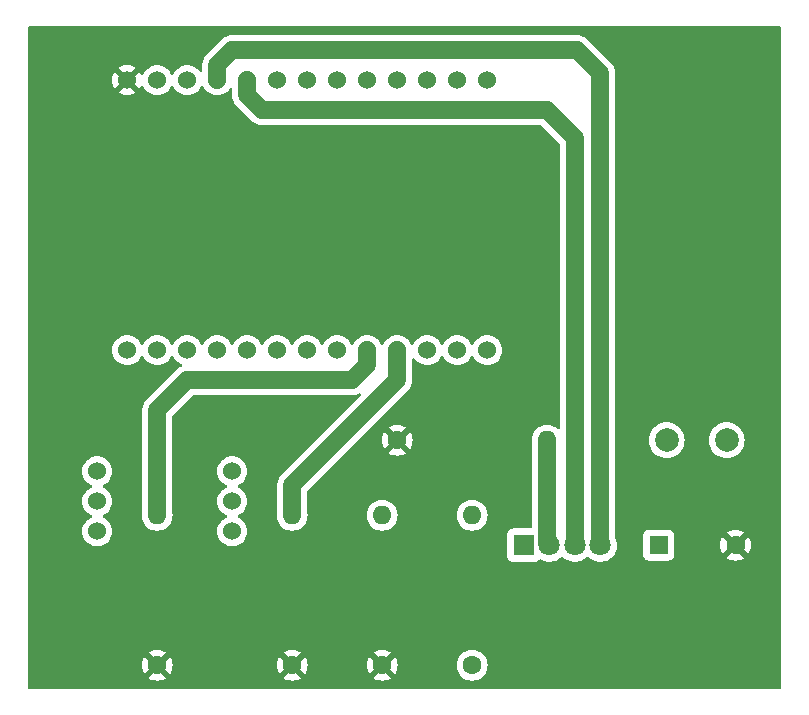
<source format=gbl>
G04 #@! TF.GenerationSoftware,KiCad,Pcbnew,(6.0.2)*
G04 #@! TF.CreationDate,2022-06-07T20:46:00+01:00*
G04 #@! TF.ProjectId,Smart_Door_Sensor,536d6172-745f-4446-9f6f-725f53656e73,rev?*
G04 #@! TF.SameCoordinates,Original*
G04 #@! TF.FileFunction,Copper,L2,Bot*
G04 #@! TF.FilePolarity,Positive*
%FSLAX46Y46*%
G04 Gerber Fmt 4.6, Leading zero omitted, Abs format (unit mm)*
G04 Created by KiCad (PCBNEW (6.0.2)) date 2022-06-07 20:46:00*
%MOMM*%
%LPD*%
G01*
G04 APERTURE LIST*
G04 #@! TA.AperFunction,ComponentPad*
%ADD10C,1.524000*%
G04 #@! TD*
G04 #@! TA.AperFunction,ComponentPad*
%ADD11C,1.600000*%
G04 #@! TD*
G04 #@! TA.AperFunction,ComponentPad*
%ADD12O,1.600000X1.600000*%
G04 #@! TD*
G04 #@! TA.AperFunction,ComponentPad*
%ADD13C,2.000000*%
G04 #@! TD*
G04 #@! TA.AperFunction,ComponentPad*
%ADD14R,1.600000X1.600000*%
G04 #@! TD*
G04 #@! TA.AperFunction,ComponentPad*
%ADD15R,1.800000X1.800000*%
G04 #@! TD*
G04 #@! TA.AperFunction,ComponentPad*
%ADD16C,1.800000*%
G04 #@! TD*
G04 #@! TA.AperFunction,Conductor*
%ADD17C,1.500000*%
G04 #@! TD*
G04 APERTURE END LIST*
D10*
X62230000Y-106775000D03*
X62230000Y-109315000D03*
X62230000Y-111855000D03*
X73660000Y-106775000D03*
X73660000Y-109315000D03*
X73660000Y-111855000D03*
D11*
X67310000Y-123190000D03*
D12*
X67310000Y-110490000D03*
D11*
X87630000Y-104140000D03*
D12*
X100330000Y-104140000D03*
D13*
X110460000Y-104140000D03*
X115540000Y-104140000D03*
D14*
X109780000Y-113030000D03*
D11*
X116280000Y-113030000D03*
X78740000Y-123190000D03*
D12*
X78740000Y-110490000D03*
D11*
X86360000Y-123190000D03*
D12*
X86360000Y-110490000D03*
D10*
X95250000Y-73660000D03*
X92710000Y-73660000D03*
X90170000Y-73660000D03*
X87630000Y-73660000D03*
X85090000Y-73660000D03*
X82550000Y-73660000D03*
X80010000Y-73660000D03*
X77470000Y-73660000D03*
X74930000Y-73660000D03*
X72390000Y-73660000D03*
X69850000Y-73660000D03*
X67310000Y-73660000D03*
X64770000Y-73660000D03*
X64770000Y-96520000D03*
X67310000Y-96520000D03*
X69850000Y-96520000D03*
X72390000Y-96520000D03*
X74930000Y-96520000D03*
X77470000Y-96520000D03*
X80010000Y-96520000D03*
X82550000Y-96520000D03*
X85090000Y-96520000D03*
X87630000Y-96520000D03*
X90170000Y-96520000D03*
X92710000Y-96520000D03*
X95250000Y-96520000D03*
D15*
X98360000Y-113030000D03*
D16*
X100519000Y-113030000D03*
X102678000Y-113030000D03*
X104837000Y-113030000D03*
D11*
X93980000Y-123190000D03*
D12*
X93980000Y-110490000D03*
D17*
X100330000Y-112841000D02*
X100519000Y-113030000D01*
X100330000Y-104140000D02*
X100330000Y-112841000D01*
X74930000Y-74930000D02*
X74930000Y-73660000D01*
X102678000Y-113030000D02*
X102678000Y-78548000D01*
X100330000Y-76200000D02*
X76200000Y-76200000D01*
X102678000Y-78548000D02*
X100330000Y-76200000D01*
X76200000Y-76200000D02*
X74930000Y-74930000D01*
X73660000Y-71120000D02*
X72390000Y-72390000D01*
X102870000Y-71120000D02*
X73660000Y-71120000D01*
X104837000Y-113030000D02*
X104837000Y-73087000D01*
X104837000Y-73087000D02*
X102870000Y-71120000D01*
X72390000Y-72390000D02*
X72390000Y-73660000D01*
X67310000Y-101600000D02*
X69850000Y-99060000D01*
X85090000Y-97790000D02*
X85090000Y-96520000D01*
X69850000Y-99060000D02*
X83820000Y-99060000D01*
X83820000Y-99060000D02*
X85090000Y-97790000D01*
X67310000Y-110490000D02*
X67310000Y-101600000D01*
X87630000Y-96520000D02*
X87630000Y-99060000D01*
X78740000Y-107950000D02*
X78740000Y-110490000D01*
X87630000Y-99060000D02*
X78740000Y-107950000D01*
G04 #@! TA.AperFunction,Conductor*
G36*
X120084121Y-69108002D02*
G01*
X120130614Y-69161658D01*
X120142000Y-69214000D01*
X120142000Y-125096000D01*
X120121998Y-125164121D01*
X120068342Y-125210614D01*
X120016000Y-125222000D01*
X56514000Y-125222000D01*
X56445879Y-125201998D01*
X56399386Y-125148342D01*
X56388000Y-125096000D01*
X56388000Y-124276062D01*
X66588493Y-124276062D01*
X66597789Y-124288077D01*
X66648994Y-124323931D01*
X66658489Y-124329414D01*
X66855947Y-124421490D01*
X66866239Y-124425236D01*
X67076688Y-124481625D01*
X67087481Y-124483528D01*
X67304525Y-124502517D01*
X67315475Y-124502517D01*
X67532519Y-124483528D01*
X67543312Y-124481625D01*
X67753761Y-124425236D01*
X67764053Y-124421490D01*
X67961511Y-124329414D01*
X67971006Y-124323931D01*
X68023048Y-124287491D01*
X68031424Y-124277012D01*
X68030925Y-124276062D01*
X78018493Y-124276062D01*
X78027789Y-124288077D01*
X78078994Y-124323931D01*
X78088489Y-124329414D01*
X78285947Y-124421490D01*
X78296239Y-124425236D01*
X78506688Y-124481625D01*
X78517481Y-124483528D01*
X78734525Y-124502517D01*
X78745475Y-124502517D01*
X78962519Y-124483528D01*
X78973312Y-124481625D01*
X79183761Y-124425236D01*
X79194053Y-124421490D01*
X79391511Y-124329414D01*
X79401006Y-124323931D01*
X79453048Y-124287491D01*
X79461424Y-124277012D01*
X79460925Y-124276062D01*
X85638493Y-124276062D01*
X85647789Y-124288077D01*
X85698994Y-124323931D01*
X85708489Y-124329414D01*
X85905947Y-124421490D01*
X85916239Y-124425236D01*
X86126688Y-124481625D01*
X86137481Y-124483528D01*
X86354525Y-124502517D01*
X86365475Y-124502517D01*
X86582519Y-124483528D01*
X86593312Y-124481625D01*
X86803761Y-124425236D01*
X86814053Y-124421490D01*
X87011511Y-124329414D01*
X87021006Y-124323931D01*
X87073048Y-124287491D01*
X87081424Y-124277012D01*
X87074356Y-124263566D01*
X86372812Y-123562022D01*
X86358868Y-123554408D01*
X86357035Y-123554539D01*
X86350420Y-123558790D01*
X85644923Y-124264287D01*
X85638493Y-124276062D01*
X79460925Y-124276062D01*
X79454356Y-124263566D01*
X78752812Y-123562022D01*
X78738868Y-123554408D01*
X78737035Y-123554539D01*
X78730420Y-123558790D01*
X78024923Y-124264287D01*
X78018493Y-124276062D01*
X68030925Y-124276062D01*
X68024356Y-124263566D01*
X67322812Y-123562022D01*
X67308868Y-123554408D01*
X67307035Y-123554539D01*
X67300420Y-123558790D01*
X66594923Y-124264287D01*
X66588493Y-124276062D01*
X56388000Y-124276062D01*
X56388000Y-123195475D01*
X65997483Y-123195475D01*
X66016472Y-123412519D01*
X66018375Y-123423312D01*
X66074764Y-123633761D01*
X66078510Y-123644053D01*
X66170586Y-123841511D01*
X66176069Y-123851006D01*
X66212509Y-123903048D01*
X66222988Y-123911424D01*
X66236434Y-123904356D01*
X66937978Y-123202812D01*
X66944356Y-123191132D01*
X67674408Y-123191132D01*
X67674539Y-123192965D01*
X67678790Y-123199580D01*
X68384287Y-123905077D01*
X68396062Y-123911507D01*
X68408077Y-123902211D01*
X68443931Y-123851006D01*
X68449414Y-123841511D01*
X68541490Y-123644053D01*
X68545236Y-123633761D01*
X68601625Y-123423312D01*
X68603528Y-123412519D01*
X68622517Y-123195475D01*
X77427483Y-123195475D01*
X77446472Y-123412519D01*
X77448375Y-123423312D01*
X77504764Y-123633761D01*
X77508510Y-123644053D01*
X77600586Y-123841511D01*
X77606069Y-123851006D01*
X77642509Y-123903048D01*
X77652988Y-123911424D01*
X77666434Y-123904356D01*
X78367978Y-123202812D01*
X78374356Y-123191132D01*
X79104408Y-123191132D01*
X79104539Y-123192965D01*
X79108790Y-123199580D01*
X79814287Y-123905077D01*
X79826062Y-123911507D01*
X79838077Y-123902211D01*
X79873931Y-123851006D01*
X79879414Y-123841511D01*
X79971490Y-123644053D01*
X79975236Y-123633761D01*
X80031625Y-123423312D01*
X80033528Y-123412519D01*
X80052517Y-123195475D01*
X85047483Y-123195475D01*
X85066472Y-123412519D01*
X85068375Y-123423312D01*
X85124764Y-123633761D01*
X85128510Y-123644053D01*
X85220586Y-123841511D01*
X85226069Y-123851006D01*
X85262509Y-123903048D01*
X85272988Y-123911424D01*
X85286434Y-123904356D01*
X85987978Y-123202812D01*
X85994356Y-123191132D01*
X86724408Y-123191132D01*
X86724539Y-123192965D01*
X86728790Y-123199580D01*
X87434287Y-123905077D01*
X87446062Y-123911507D01*
X87458077Y-123902211D01*
X87493931Y-123851006D01*
X87499414Y-123841511D01*
X87591490Y-123644053D01*
X87595236Y-123633761D01*
X87651625Y-123423312D01*
X87653528Y-123412519D01*
X87672517Y-123195475D01*
X87672517Y-123190000D01*
X92666502Y-123190000D01*
X92686457Y-123418087D01*
X92687881Y-123423400D01*
X92687881Y-123423402D01*
X92725025Y-123562022D01*
X92745716Y-123639243D01*
X92748039Y-123644224D01*
X92748039Y-123644225D01*
X92840151Y-123841762D01*
X92840154Y-123841767D01*
X92842477Y-123846749D01*
X92973802Y-124034300D01*
X93135700Y-124196198D01*
X93140208Y-124199355D01*
X93140211Y-124199357D01*
X93218389Y-124254098D01*
X93323251Y-124327523D01*
X93328233Y-124329846D01*
X93328238Y-124329849D01*
X93524765Y-124421490D01*
X93530757Y-124424284D01*
X93536065Y-124425706D01*
X93536067Y-124425707D01*
X93746598Y-124482119D01*
X93746600Y-124482119D01*
X93751913Y-124483543D01*
X93980000Y-124503498D01*
X94208087Y-124483543D01*
X94213400Y-124482119D01*
X94213402Y-124482119D01*
X94423933Y-124425707D01*
X94423935Y-124425706D01*
X94429243Y-124424284D01*
X94435235Y-124421490D01*
X94631762Y-124329849D01*
X94631767Y-124329846D01*
X94636749Y-124327523D01*
X94741611Y-124254098D01*
X94819789Y-124199357D01*
X94819792Y-124199355D01*
X94824300Y-124196198D01*
X94986198Y-124034300D01*
X95117523Y-123846749D01*
X95119846Y-123841767D01*
X95119849Y-123841762D01*
X95211961Y-123644225D01*
X95211961Y-123644224D01*
X95214284Y-123639243D01*
X95234976Y-123562022D01*
X95272119Y-123423402D01*
X95272119Y-123423400D01*
X95273543Y-123418087D01*
X95293498Y-123190000D01*
X95273543Y-122961913D01*
X95236981Y-122825461D01*
X95215707Y-122746067D01*
X95215706Y-122746065D01*
X95214284Y-122740757D01*
X95119966Y-122538489D01*
X95119849Y-122538238D01*
X95119846Y-122538233D01*
X95117523Y-122533251D01*
X94986198Y-122345700D01*
X94824300Y-122183802D01*
X94819792Y-122180645D01*
X94819789Y-122180643D01*
X94693920Y-122092509D01*
X94636749Y-122052477D01*
X94631767Y-122050154D01*
X94631762Y-122050151D01*
X94434225Y-121958039D01*
X94434224Y-121958039D01*
X94429243Y-121955716D01*
X94423935Y-121954294D01*
X94423933Y-121954293D01*
X94213402Y-121897881D01*
X94213400Y-121897881D01*
X94208087Y-121896457D01*
X93980000Y-121876502D01*
X93751913Y-121896457D01*
X93746600Y-121897881D01*
X93746598Y-121897881D01*
X93536067Y-121954293D01*
X93536065Y-121954294D01*
X93530757Y-121955716D01*
X93525776Y-121958039D01*
X93525775Y-121958039D01*
X93328238Y-122050151D01*
X93328233Y-122050154D01*
X93323251Y-122052477D01*
X93266080Y-122092509D01*
X93140211Y-122180643D01*
X93140208Y-122180645D01*
X93135700Y-122183802D01*
X92973802Y-122345700D01*
X92842477Y-122533251D01*
X92840154Y-122538233D01*
X92840151Y-122538238D01*
X92840034Y-122538489D01*
X92745716Y-122740757D01*
X92744294Y-122746065D01*
X92744293Y-122746067D01*
X92723019Y-122825461D01*
X92686457Y-122961913D01*
X92666502Y-123190000D01*
X87672517Y-123190000D01*
X87672517Y-123184525D01*
X87653528Y-122967481D01*
X87651625Y-122956688D01*
X87595236Y-122746239D01*
X87591490Y-122735947D01*
X87499414Y-122538489D01*
X87493931Y-122528994D01*
X87457491Y-122476952D01*
X87447012Y-122468576D01*
X87433566Y-122475644D01*
X86732022Y-123177188D01*
X86724408Y-123191132D01*
X85994356Y-123191132D01*
X85995592Y-123188868D01*
X85995461Y-123187035D01*
X85991210Y-123180420D01*
X85285713Y-122474923D01*
X85273938Y-122468493D01*
X85261923Y-122477789D01*
X85226069Y-122528994D01*
X85220586Y-122538489D01*
X85128510Y-122735947D01*
X85124764Y-122746239D01*
X85068375Y-122956688D01*
X85066472Y-122967481D01*
X85047483Y-123184525D01*
X85047483Y-123195475D01*
X80052517Y-123195475D01*
X80052517Y-123184525D01*
X80033528Y-122967481D01*
X80031625Y-122956688D01*
X79975236Y-122746239D01*
X79971490Y-122735947D01*
X79879414Y-122538489D01*
X79873931Y-122528994D01*
X79837491Y-122476952D01*
X79827012Y-122468576D01*
X79813566Y-122475644D01*
X79112022Y-123177188D01*
X79104408Y-123191132D01*
X78374356Y-123191132D01*
X78375592Y-123188868D01*
X78375461Y-123187035D01*
X78371210Y-123180420D01*
X77665713Y-122474923D01*
X77653938Y-122468493D01*
X77641923Y-122477789D01*
X77606069Y-122528994D01*
X77600586Y-122538489D01*
X77508510Y-122735947D01*
X77504764Y-122746239D01*
X77448375Y-122956688D01*
X77446472Y-122967481D01*
X77427483Y-123184525D01*
X77427483Y-123195475D01*
X68622517Y-123195475D01*
X68622517Y-123184525D01*
X68603528Y-122967481D01*
X68601625Y-122956688D01*
X68545236Y-122746239D01*
X68541490Y-122735947D01*
X68449414Y-122538489D01*
X68443931Y-122528994D01*
X68407491Y-122476952D01*
X68397012Y-122468576D01*
X68383566Y-122475644D01*
X67682022Y-123177188D01*
X67674408Y-123191132D01*
X66944356Y-123191132D01*
X66945592Y-123188868D01*
X66945461Y-123187035D01*
X66941210Y-123180420D01*
X66235713Y-122474923D01*
X66223938Y-122468493D01*
X66211923Y-122477789D01*
X66176069Y-122528994D01*
X66170586Y-122538489D01*
X66078510Y-122735947D01*
X66074764Y-122746239D01*
X66018375Y-122956688D01*
X66016472Y-122967481D01*
X65997483Y-123184525D01*
X65997483Y-123195475D01*
X56388000Y-123195475D01*
X56388000Y-122102988D01*
X66588576Y-122102988D01*
X66595644Y-122116434D01*
X67297188Y-122817978D01*
X67311132Y-122825592D01*
X67312965Y-122825461D01*
X67319580Y-122821210D01*
X68025077Y-122115713D01*
X68031507Y-122103938D01*
X68030772Y-122102988D01*
X78018576Y-122102988D01*
X78025644Y-122116434D01*
X78727188Y-122817978D01*
X78741132Y-122825592D01*
X78742965Y-122825461D01*
X78749580Y-122821210D01*
X79455077Y-122115713D01*
X79461507Y-122103938D01*
X79460772Y-122102988D01*
X85638576Y-122102988D01*
X85645644Y-122116434D01*
X86347188Y-122817978D01*
X86361132Y-122825592D01*
X86362965Y-122825461D01*
X86369580Y-122821210D01*
X87075077Y-122115713D01*
X87081507Y-122103938D01*
X87072211Y-122091923D01*
X87021006Y-122056069D01*
X87011511Y-122050586D01*
X86814053Y-121958510D01*
X86803761Y-121954764D01*
X86593312Y-121898375D01*
X86582519Y-121896472D01*
X86365475Y-121877483D01*
X86354525Y-121877483D01*
X86137481Y-121896472D01*
X86126688Y-121898375D01*
X85916239Y-121954764D01*
X85905947Y-121958510D01*
X85708489Y-122050586D01*
X85698994Y-122056069D01*
X85646952Y-122092509D01*
X85638576Y-122102988D01*
X79460772Y-122102988D01*
X79452211Y-122091923D01*
X79401006Y-122056069D01*
X79391511Y-122050586D01*
X79194053Y-121958510D01*
X79183761Y-121954764D01*
X78973312Y-121898375D01*
X78962519Y-121896472D01*
X78745475Y-121877483D01*
X78734525Y-121877483D01*
X78517481Y-121896472D01*
X78506688Y-121898375D01*
X78296239Y-121954764D01*
X78285947Y-121958510D01*
X78088489Y-122050586D01*
X78078994Y-122056069D01*
X78026952Y-122092509D01*
X78018576Y-122102988D01*
X68030772Y-122102988D01*
X68022211Y-122091923D01*
X67971006Y-122056069D01*
X67961511Y-122050586D01*
X67764053Y-121958510D01*
X67753761Y-121954764D01*
X67543312Y-121898375D01*
X67532519Y-121896472D01*
X67315475Y-121877483D01*
X67304525Y-121877483D01*
X67087481Y-121896472D01*
X67076688Y-121898375D01*
X66866239Y-121954764D01*
X66855947Y-121958510D01*
X66658489Y-122050586D01*
X66648994Y-122056069D01*
X66596952Y-122092509D01*
X66588576Y-122102988D01*
X56388000Y-122102988D01*
X56388000Y-111855000D01*
X60954647Y-111855000D01*
X60974022Y-112076463D01*
X61031560Y-112291196D01*
X61033882Y-112296177D01*
X61033883Y-112296178D01*
X61123186Y-112487689D01*
X61123189Y-112487694D01*
X61125512Y-112492676D01*
X61128668Y-112497183D01*
X61128669Y-112497185D01*
X61246589Y-112665592D01*
X61253023Y-112674781D01*
X61410219Y-112831977D01*
X61414727Y-112835134D01*
X61414730Y-112835136D01*
X61490495Y-112888187D01*
X61592323Y-112959488D01*
X61597305Y-112961811D01*
X61597310Y-112961814D01*
X61764081Y-113039580D01*
X61793804Y-113053440D01*
X61799112Y-113054862D01*
X61799114Y-113054863D01*
X61864949Y-113072503D01*
X62008537Y-113110978D01*
X62230000Y-113130353D01*
X62451463Y-113110978D01*
X62595051Y-113072503D01*
X62660886Y-113054863D01*
X62660888Y-113054862D01*
X62666196Y-113053440D01*
X62695919Y-113039580D01*
X62862690Y-112961814D01*
X62862695Y-112961811D01*
X62867677Y-112959488D01*
X62969505Y-112888187D01*
X63045270Y-112835136D01*
X63045273Y-112835134D01*
X63049781Y-112831977D01*
X63206977Y-112674781D01*
X63213412Y-112665592D01*
X63331331Y-112497185D01*
X63331332Y-112497183D01*
X63334488Y-112492676D01*
X63336811Y-112487694D01*
X63336814Y-112487689D01*
X63426117Y-112296178D01*
X63426118Y-112296177D01*
X63428440Y-112291196D01*
X63485978Y-112076463D01*
X63505353Y-111855000D01*
X72384647Y-111855000D01*
X72404022Y-112076463D01*
X72461560Y-112291196D01*
X72463882Y-112296177D01*
X72463883Y-112296178D01*
X72553186Y-112487689D01*
X72553189Y-112487694D01*
X72555512Y-112492676D01*
X72558668Y-112497183D01*
X72558669Y-112497185D01*
X72676589Y-112665592D01*
X72683023Y-112674781D01*
X72840219Y-112831977D01*
X72844727Y-112835134D01*
X72844730Y-112835136D01*
X72920495Y-112888187D01*
X73022323Y-112959488D01*
X73027305Y-112961811D01*
X73027310Y-112961814D01*
X73194081Y-113039580D01*
X73223804Y-113053440D01*
X73229112Y-113054862D01*
X73229114Y-113054863D01*
X73294949Y-113072503D01*
X73438537Y-113110978D01*
X73660000Y-113130353D01*
X73881463Y-113110978D01*
X74025051Y-113072503D01*
X74090886Y-113054863D01*
X74090888Y-113054862D01*
X74096196Y-113053440D01*
X74125919Y-113039580D01*
X74292690Y-112961814D01*
X74292695Y-112961811D01*
X74297677Y-112959488D01*
X74399505Y-112888187D01*
X74475270Y-112835136D01*
X74475273Y-112835134D01*
X74479781Y-112831977D01*
X74636977Y-112674781D01*
X74643412Y-112665592D01*
X74761331Y-112497185D01*
X74761332Y-112497183D01*
X74764488Y-112492676D01*
X74766811Y-112487694D01*
X74766814Y-112487689D01*
X74856117Y-112296178D01*
X74856118Y-112296177D01*
X74858440Y-112291196D01*
X74915978Y-112076463D01*
X74935353Y-111855000D01*
X74915978Y-111633537D01*
X74858440Y-111418804D01*
X74856117Y-111413822D01*
X74766814Y-111222311D01*
X74766811Y-111222306D01*
X74764488Y-111217324D01*
X74761331Y-111212815D01*
X74640136Y-111039730D01*
X74640134Y-111039727D01*
X74636977Y-111035219D01*
X74479781Y-110878023D01*
X74475273Y-110874866D01*
X74475270Y-110874864D01*
X74399505Y-110821813D01*
X74297677Y-110750512D01*
X74292695Y-110748189D01*
X74292690Y-110748186D01*
X74187627Y-110699195D01*
X74134342Y-110652278D01*
X74114881Y-110584001D01*
X74135423Y-110516041D01*
X74187627Y-110470805D01*
X74292690Y-110421814D01*
X74292695Y-110421811D01*
X74297677Y-110419488D01*
X74399505Y-110348187D01*
X74475270Y-110295136D01*
X74475273Y-110295134D01*
X74479781Y-110291977D01*
X74636977Y-110134781D01*
X74764488Y-109952676D01*
X74766811Y-109947694D01*
X74766814Y-109947689D01*
X74856117Y-109756178D01*
X74856118Y-109756177D01*
X74858440Y-109751196D01*
X74915978Y-109536463D01*
X74935353Y-109315000D01*
X74915978Y-109093537D01*
X74858440Y-108878804D01*
X74856117Y-108873822D01*
X74766814Y-108682311D01*
X74766811Y-108682306D01*
X74764488Y-108677324D01*
X74761331Y-108672815D01*
X74640136Y-108499730D01*
X74640134Y-108499727D01*
X74636977Y-108495219D01*
X74479781Y-108338023D01*
X74475273Y-108334866D01*
X74475270Y-108334864D01*
X74399505Y-108281813D01*
X74297677Y-108210512D01*
X74292695Y-108208189D01*
X74292690Y-108208186D01*
X74187627Y-108159195D01*
X74134342Y-108112278D01*
X74114881Y-108044001D01*
X74135423Y-107976041D01*
X74187627Y-107930805D01*
X74292690Y-107881814D01*
X74292695Y-107881811D01*
X74297677Y-107879488D01*
X74410852Y-107800242D01*
X74475270Y-107755136D01*
X74475273Y-107755134D01*
X74479781Y-107751977D01*
X74636977Y-107594781D01*
X74701564Y-107502542D01*
X74761331Y-107417185D01*
X74761332Y-107417183D01*
X74764488Y-107412676D01*
X74766811Y-107407694D01*
X74766814Y-107407689D01*
X74856117Y-107216178D01*
X74856118Y-107216177D01*
X74858440Y-107211196D01*
X74915978Y-106996463D01*
X74935353Y-106775000D01*
X74915978Y-106553537D01*
X74858440Y-106338804D01*
X74856117Y-106333822D01*
X74766814Y-106142311D01*
X74766811Y-106142306D01*
X74764488Y-106137324D01*
X74636977Y-105955219D01*
X74479781Y-105798023D01*
X74475273Y-105794866D01*
X74475270Y-105794864D01*
X74399505Y-105741813D01*
X74297677Y-105670512D01*
X74292695Y-105668189D01*
X74292690Y-105668186D01*
X74101178Y-105578883D01*
X74101177Y-105578882D01*
X74096196Y-105576560D01*
X74090888Y-105575138D01*
X74090886Y-105575137D01*
X74025051Y-105557497D01*
X73881463Y-105519022D01*
X73660000Y-105499647D01*
X73438537Y-105519022D01*
X73294949Y-105557497D01*
X73229114Y-105575137D01*
X73229112Y-105575138D01*
X73223804Y-105576560D01*
X73218823Y-105578882D01*
X73218822Y-105578883D01*
X73027311Y-105668186D01*
X73027306Y-105668189D01*
X73022324Y-105670512D01*
X73017817Y-105673668D01*
X73017815Y-105673669D01*
X72844730Y-105794864D01*
X72844727Y-105794866D01*
X72840219Y-105798023D01*
X72683023Y-105955219D01*
X72555512Y-106137324D01*
X72553189Y-106142306D01*
X72553186Y-106142311D01*
X72463883Y-106333822D01*
X72461560Y-106338804D01*
X72404022Y-106553537D01*
X72384647Y-106775000D01*
X72404022Y-106996463D01*
X72461560Y-107211196D01*
X72463882Y-107216177D01*
X72463883Y-107216178D01*
X72553186Y-107407689D01*
X72553189Y-107407694D01*
X72555512Y-107412676D01*
X72558668Y-107417183D01*
X72558669Y-107417185D01*
X72618437Y-107502542D01*
X72683023Y-107594781D01*
X72840219Y-107751977D01*
X72844727Y-107755134D01*
X72844730Y-107755136D01*
X72909148Y-107800242D01*
X73022323Y-107879488D01*
X73027305Y-107881811D01*
X73027310Y-107881814D01*
X73132373Y-107930805D01*
X73185658Y-107977722D01*
X73205119Y-108045999D01*
X73184577Y-108113959D01*
X73132373Y-108159195D01*
X73027311Y-108208186D01*
X73027306Y-108208189D01*
X73022324Y-108210512D01*
X73017817Y-108213668D01*
X73017815Y-108213669D01*
X72844730Y-108334864D01*
X72844727Y-108334866D01*
X72840219Y-108338023D01*
X72683023Y-108495219D01*
X72679866Y-108499727D01*
X72679864Y-108499730D01*
X72558669Y-108672815D01*
X72555512Y-108677324D01*
X72553189Y-108682306D01*
X72553186Y-108682311D01*
X72463883Y-108873822D01*
X72461560Y-108878804D01*
X72404022Y-109093537D01*
X72384647Y-109315000D01*
X72404022Y-109536463D01*
X72461560Y-109751196D01*
X72463882Y-109756177D01*
X72463883Y-109756178D01*
X72553186Y-109947689D01*
X72553189Y-109947694D01*
X72555512Y-109952676D01*
X72683023Y-110134781D01*
X72840219Y-110291977D01*
X72844727Y-110295134D01*
X72844730Y-110295136D01*
X72920495Y-110348187D01*
X73022323Y-110419488D01*
X73027305Y-110421811D01*
X73027310Y-110421814D01*
X73132373Y-110470805D01*
X73185658Y-110517722D01*
X73205119Y-110585999D01*
X73184577Y-110653959D01*
X73132373Y-110699195D01*
X73027311Y-110748186D01*
X73027306Y-110748189D01*
X73022324Y-110750512D01*
X73017817Y-110753668D01*
X73017815Y-110753669D01*
X72844730Y-110874864D01*
X72844727Y-110874866D01*
X72840219Y-110878023D01*
X72683023Y-111035219D01*
X72679866Y-111039727D01*
X72679864Y-111039730D01*
X72558669Y-111212815D01*
X72555512Y-111217324D01*
X72553189Y-111222306D01*
X72553186Y-111222311D01*
X72463883Y-111413822D01*
X72461560Y-111418804D01*
X72404022Y-111633537D01*
X72384647Y-111855000D01*
X63505353Y-111855000D01*
X63485978Y-111633537D01*
X63428440Y-111418804D01*
X63426117Y-111413822D01*
X63336814Y-111222311D01*
X63336811Y-111222306D01*
X63334488Y-111217324D01*
X63331331Y-111212815D01*
X63210136Y-111039730D01*
X63210134Y-111039727D01*
X63206977Y-111035219D01*
X63049781Y-110878023D01*
X63045273Y-110874866D01*
X63045270Y-110874864D01*
X62969505Y-110821813D01*
X62867677Y-110750512D01*
X62862695Y-110748189D01*
X62862690Y-110748186D01*
X62757627Y-110699195D01*
X62704342Y-110652278D01*
X62684881Y-110584001D01*
X62705423Y-110516041D01*
X62757627Y-110470805D01*
X62862690Y-110421814D01*
X62862695Y-110421811D01*
X62867677Y-110419488D01*
X62969505Y-110348187D01*
X63045270Y-110295136D01*
X63045273Y-110295134D01*
X63049781Y-110291977D01*
X63206977Y-110134781D01*
X63334488Y-109952676D01*
X63336811Y-109947694D01*
X63336814Y-109947689D01*
X63426117Y-109756178D01*
X63426118Y-109756177D01*
X63428440Y-109751196D01*
X63485978Y-109536463D01*
X63505353Y-109315000D01*
X63485978Y-109093537D01*
X63428440Y-108878804D01*
X63426117Y-108873822D01*
X63336814Y-108682311D01*
X63336811Y-108682306D01*
X63334488Y-108677324D01*
X63331331Y-108672815D01*
X63210136Y-108499730D01*
X63210134Y-108499727D01*
X63206977Y-108495219D01*
X63049781Y-108338023D01*
X63045273Y-108334866D01*
X63045270Y-108334864D01*
X62969505Y-108281813D01*
X62867677Y-108210512D01*
X62862695Y-108208189D01*
X62862690Y-108208186D01*
X62757627Y-108159195D01*
X62704342Y-108112278D01*
X62684881Y-108044001D01*
X62705423Y-107976041D01*
X62757627Y-107930805D01*
X62862690Y-107881814D01*
X62862695Y-107881811D01*
X62867677Y-107879488D01*
X62980852Y-107800242D01*
X63045270Y-107755136D01*
X63045273Y-107755134D01*
X63049781Y-107751977D01*
X63206977Y-107594781D01*
X63271564Y-107502542D01*
X63331331Y-107417185D01*
X63331332Y-107417183D01*
X63334488Y-107412676D01*
X63336811Y-107407694D01*
X63336814Y-107407689D01*
X63426117Y-107216178D01*
X63426118Y-107216177D01*
X63428440Y-107211196D01*
X63485978Y-106996463D01*
X63505353Y-106775000D01*
X63485978Y-106553537D01*
X63428440Y-106338804D01*
X63426117Y-106333822D01*
X63336814Y-106142311D01*
X63336811Y-106142306D01*
X63334488Y-106137324D01*
X63206977Y-105955219D01*
X63049781Y-105798023D01*
X63045273Y-105794866D01*
X63045270Y-105794864D01*
X62969505Y-105741813D01*
X62867677Y-105670512D01*
X62862695Y-105668189D01*
X62862690Y-105668186D01*
X62671178Y-105578883D01*
X62671177Y-105578882D01*
X62666196Y-105576560D01*
X62660888Y-105575138D01*
X62660886Y-105575137D01*
X62595051Y-105557497D01*
X62451463Y-105519022D01*
X62230000Y-105499647D01*
X62008537Y-105519022D01*
X61864949Y-105557497D01*
X61799114Y-105575137D01*
X61799112Y-105575138D01*
X61793804Y-105576560D01*
X61788823Y-105578882D01*
X61788822Y-105578883D01*
X61597311Y-105668186D01*
X61597306Y-105668189D01*
X61592324Y-105670512D01*
X61587817Y-105673668D01*
X61587815Y-105673669D01*
X61414730Y-105794864D01*
X61414727Y-105794866D01*
X61410219Y-105798023D01*
X61253023Y-105955219D01*
X61125512Y-106137324D01*
X61123189Y-106142306D01*
X61123186Y-106142311D01*
X61033883Y-106333822D01*
X61031560Y-106338804D01*
X60974022Y-106553537D01*
X60954647Y-106775000D01*
X60974022Y-106996463D01*
X61031560Y-107211196D01*
X61033882Y-107216177D01*
X61033883Y-107216178D01*
X61123186Y-107407689D01*
X61123189Y-107407694D01*
X61125512Y-107412676D01*
X61128668Y-107417183D01*
X61128669Y-107417185D01*
X61188437Y-107502542D01*
X61253023Y-107594781D01*
X61410219Y-107751977D01*
X61414727Y-107755134D01*
X61414730Y-107755136D01*
X61479148Y-107800242D01*
X61592323Y-107879488D01*
X61597305Y-107881811D01*
X61597310Y-107881814D01*
X61702373Y-107930805D01*
X61755658Y-107977722D01*
X61775119Y-108045999D01*
X61754577Y-108113959D01*
X61702373Y-108159195D01*
X61597311Y-108208186D01*
X61597306Y-108208189D01*
X61592324Y-108210512D01*
X61587817Y-108213668D01*
X61587815Y-108213669D01*
X61414730Y-108334864D01*
X61414727Y-108334866D01*
X61410219Y-108338023D01*
X61253023Y-108495219D01*
X61249866Y-108499727D01*
X61249864Y-108499730D01*
X61128669Y-108672815D01*
X61125512Y-108677324D01*
X61123189Y-108682306D01*
X61123186Y-108682311D01*
X61033883Y-108873822D01*
X61031560Y-108878804D01*
X60974022Y-109093537D01*
X60954647Y-109315000D01*
X60974022Y-109536463D01*
X61031560Y-109751196D01*
X61033882Y-109756177D01*
X61033883Y-109756178D01*
X61123186Y-109947689D01*
X61123189Y-109947694D01*
X61125512Y-109952676D01*
X61253023Y-110134781D01*
X61410219Y-110291977D01*
X61414727Y-110295134D01*
X61414730Y-110295136D01*
X61490495Y-110348187D01*
X61592323Y-110419488D01*
X61597305Y-110421811D01*
X61597310Y-110421814D01*
X61702373Y-110470805D01*
X61755658Y-110517722D01*
X61775119Y-110585999D01*
X61754577Y-110653959D01*
X61702373Y-110699195D01*
X61597311Y-110748186D01*
X61597306Y-110748189D01*
X61592324Y-110750512D01*
X61587817Y-110753668D01*
X61587815Y-110753669D01*
X61414730Y-110874864D01*
X61414727Y-110874866D01*
X61410219Y-110878023D01*
X61253023Y-111035219D01*
X61249866Y-111039727D01*
X61249864Y-111039730D01*
X61128669Y-111212815D01*
X61125512Y-111217324D01*
X61123189Y-111222306D01*
X61123186Y-111222311D01*
X61033883Y-111413822D01*
X61031560Y-111418804D01*
X60974022Y-111633537D01*
X60954647Y-111855000D01*
X56388000Y-111855000D01*
X56388000Y-96520000D01*
X63494647Y-96520000D01*
X63514022Y-96741463D01*
X63571560Y-96956196D01*
X63573882Y-96961177D01*
X63573883Y-96961178D01*
X63663186Y-97152689D01*
X63663189Y-97152694D01*
X63665512Y-97157676D01*
X63668668Y-97162183D01*
X63668669Y-97162185D01*
X63768318Y-97304498D01*
X63793023Y-97339781D01*
X63950219Y-97496977D01*
X63954727Y-97500134D01*
X63954730Y-97500136D01*
X64030495Y-97553187D01*
X64132323Y-97624488D01*
X64137305Y-97626811D01*
X64137310Y-97626814D01*
X64328822Y-97716117D01*
X64333804Y-97718440D01*
X64339112Y-97719862D01*
X64339114Y-97719863D01*
X64404949Y-97737503D01*
X64548537Y-97775978D01*
X64770000Y-97795353D01*
X64991463Y-97775978D01*
X65135051Y-97737503D01*
X65200886Y-97719863D01*
X65200888Y-97719862D01*
X65206196Y-97718440D01*
X65211178Y-97716117D01*
X65402690Y-97626814D01*
X65402695Y-97626811D01*
X65407677Y-97624488D01*
X65509505Y-97553187D01*
X65585270Y-97500136D01*
X65585273Y-97500134D01*
X65589781Y-97496977D01*
X65746977Y-97339781D01*
X65771683Y-97304498D01*
X65871331Y-97162185D01*
X65871332Y-97162183D01*
X65874488Y-97157676D01*
X65876811Y-97152694D01*
X65876814Y-97152689D01*
X65925805Y-97047627D01*
X65972723Y-96994342D01*
X66041000Y-96974881D01*
X66108960Y-96995423D01*
X66154195Y-97047627D01*
X66203186Y-97152689D01*
X66203189Y-97152694D01*
X66205512Y-97157676D01*
X66208668Y-97162183D01*
X66208669Y-97162185D01*
X66308318Y-97304498D01*
X66333023Y-97339781D01*
X66490219Y-97496977D01*
X66494727Y-97500134D01*
X66494730Y-97500136D01*
X66570495Y-97553187D01*
X66672323Y-97624488D01*
X66677305Y-97626811D01*
X66677310Y-97626814D01*
X66868822Y-97716117D01*
X66873804Y-97718440D01*
X66879112Y-97719862D01*
X66879114Y-97719863D01*
X66944949Y-97737503D01*
X67088537Y-97775978D01*
X67310000Y-97795353D01*
X67531463Y-97775978D01*
X67675051Y-97737503D01*
X67740886Y-97719863D01*
X67740888Y-97719862D01*
X67746196Y-97718440D01*
X67751178Y-97716117D01*
X67942690Y-97626814D01*
X67942695Y-97626811D01*
X67947677Y-97624488D01*
X68049505Y-97553187D01*
X68125270Y-97500136D01*
X68125273Y-97500134D01*
X68129781Y-97496977D01*
X68286977Y-97339781D01*
X68311683Y-97304498D01*
X68411331Y-97162185D01*
X68411332Y-97162183D01*
X68414488Y-97157676D01*
X68416811Y-97152694D01*
X68416814Y-97152689D01*
X68465805Y-97047627D01*
X68512723Y-96994342D01*
X68581000Y-96974881D01*
X68648960Y-96995423D01*
X68694195Y-97047627D01*
X68743186Y-97152689D01*
X68743189Y-97152694D01*
X68745512Y-97157676D01*
X68748668Y-97162183D01*
X68748669Y-97162185D01*
X68848318Y-97304498D01*
X68873023Y-97339781D01*
X69030219Y-97496977D01*
X69034727Y-97500134D01*
X69034730Y-97500136D01*
X69110495Y-97553187D01*
X69212323Y-97624488D01*
X69217305Y-97626811D01*
X69217310Y-97626814D01*
X69336201Y-97682253D01*
X69389486Y-97729170D01*
X69408947Y-97797447D01*
X69388405Y-97865407D01*
X69337192Y-97910175D01*
X69334330Y-97911540D01*
X69329524Y-97913710D01*
X69258051Y-97944196D01*
X69252891Y-97946397D01*
X69237890Y-97956251D01*
X69222975Y-97964654D01*
X69206782Y-97972378D01*
X69202234Y-97975646D01*
X69202229Y-97975649D01*
X69139114Y-98021002D01*
X69134777Y-98023982D01*
X69065125Y-98069735D01*
X69044344Y-98088251D01*
X69034048Y-98096500D01*
X69024346Y-98103471D01*
X69020441Y-98107501D01*
X68949968Y-98180223D01*
X68948579Y-98181633D01*
X66484737Y-100645475D01*
X66472347Y-100656342D01*
X66454708Y-100669877D01*
X66400188Y-100729794D01*
X66399842Y-100730174D01*
X66395743Y-100734469D01*
X66379802Y-100750410D01*
X66378007Y-100752557D01*
X66378005Y-100752559D01*
X66363068Y-100770423D01*
X66359600Y-100774398D01*
X66307288Y-100831888D01*
X66307281Y-100831897D01*
X66303515Y-100836036D01*
X66300538Y-100840782D01*
X66300537Y-100840783D01*
X66293987Y-100851225D01*
X66283911Y-100865093D01*
X66276004Y-100874549D01*
X66275997Y-100874559D01*
X66272406Y-100878854D01*
X66231118Y-100951240D01*
X66228413Y-100955759D01*
X66184136Y-101026344D01*
X66182043Y-101031549D01*
X66182042Y-101031552D01*
X66177448Y-101042979D01*
X66169988Y-101058411D01*
X66163880Y-101069119D01*
X66163876Y-101069128D01*
X66161101Y-101073993D01*
X66159232Y-101079270D01*
X66159230Y-101079275D01*
X66133285Y-101152542D01*
X66131420Y-101157478D01*
X66100344Y-101234783D01*
X66099208Y-101240270D01*
X66099207Y-101240272D01*
X66096706Y-101252349D01*
X66092101Y-101268844D01*
X66086111Y-101285759D01*
X66085204Y-101291298D01*
X66072643Y-101368001D01*
X66071683Y-101373180D01*
X66054787Y-101454767D01*
X66054521Y-101459379D01*
X66054521Y-101459380D01*
X66053185Y-101482548D01*
X66051738Y-101495653D01*
X66050714Y-101501910D01*
X66049806Y-101507457D01*
X66049894Y-101513070D01*
X66049894Y-101513072D01*
X66051484Y-101614264D01*
X66051500Y-101616243D01*
X66051500Y-110114543D01*
X66047207Y-110147152D01*
X66016457Y-110261913D01*
X65996502Y-110490000D01*
X66016457Y-110718087D01*
X66017881Y-110723400D01*
X66017881Y-110723402D01*
X66058466Y-110874864D01*
X66075716Y-110939243D01*
X66078039Y-110944224D01*
X66078039Y-110944225D01*
X66170151Y-111141762D01*
X66170154Y-111141767D01*
X66172477Y-111146749D01*
X66303802Y-111334300D01*
X66465700Y-111496198D01*
X66470208Y-111499355D01*
X66470211Y-111499357D01*
X66548389Y-111554098D01*
X66653251Y-111627523D01*
X66658233Y-111629846D01*
X66658238Y-111629849D01*
X66855578Y-111721869D01*
X66860757Y-111724284D01*
X66866065Y-111725706D01*
X66866067Y-111725707D01*
X67076598Y-111782119D01*
X67076600Y-111782119D01*
X67081913Y-111783543D01*
X67310000Y-111803498D01*
X67538087Y-111783543D01*
X67543400Y-111782119D01*
X67543402Y-111782119D01*
X67753933Y-111725707D01*
X67753935Y-111725706D01*
X67759243Y-111724284D01*
X67764422Y-111721869D01*
X67961762Y-111629849D01*
X67961767Y-111629846D01*
X67966749Y-111627523D01*
X68071611Y-111554098D01*
X68149789Y-111499357D01*
X68149792Y-111499355D01*
X68154300Y-111496198D01*
X68316198Y-111334300D01*
X68447523Y-111146749D01*
X68449846Y-111141767D01*
X68449849Y-111141762D01*
X68541961Y-110944225D01*
X68541961Y-110944224D01*
X68544284Y-110939243D01*
X68561535Y-110874864D01*
X68602119Y-110723402D01*
X68602119Y-110723400D01*
X68603543Y-110718087D01*
X68623498Y-110490000D01*
X68603543Y-110261913D01*
X68572793Y-110147152D01*
X68568500Y-110114543D01*
X68568500Y-102173477D01*
X68588502Y-102105356D01*
X68605405Y-102084382D01*
X70334383Y-100355405D01*
X70396695Y-100321379D01*
X70423478Y-100318500D01*
X83728604Y-100318500D01*
X83745051Y-100319578D01*
X83761516Y-100321746D01*
X83761520Y-100321746D01*
X83767086Y-100322479D01*
X83848489Y-100318640D01*
X83854424Y-100318500D01*
X83876999Y-100318500D01*
X83902989Y-100316181D01*
X83908248Y-100315822D01*
X83991488Y-100311896D01*
X83996947Y-100310646D01*
X83996952Y-100310645D01*
X84008970Y-100307892D01*
X84025899Y-100305211D01*
X84043762Y-100303617D01*
X84049178Y-100302135D01*
X84049180Y-100302135D01*
X84124133Y-100281630D01*
X84129251Y-100280344D01*
X84205000Y-100262995D01*
X84205002Y-100262994D01*
X84210470Y-100261742D01*
X84220970Y-100257263D01*
X84226967Y-100254706D01*
X84243142Y-100249073D01*
X84255039Y-100245818D01*
X84255043Y-100245817D01*
X84260451Y-100244337D01*
X84293192Y-100228720D01*
X84335667Y-100208461D01*
X84340466Y-100206294D01*
X84375221Y-100191470D01*
X84445726Y-100183141D01*
X84509542Y-100214253D01*
X84546408Y-100274928D01*
X84544618Y-100345902D01*
X84513750Y-100396462D01*
X77914737Y-106995475D01*
X77902347Y-107006342D01*
X77884708Y-107019877D01*
X77830188Y-107079794D01*
X77829842Y-107080174D01*
X77825743Y-107084469D01*
X77809802Y-107100410D01*
X77808007Y-107102557D01*
X77808005Y-107102559D01*
X77793068Y-107120423D01*
X77789600Y-107124398D01*
X77737288Y-107181888D01*
X77737281Y-107181897D01*
X77733515Y-107186036D01*
X77730538Y-107190782D01*
X77730537Y-107190783D01*
X77723987Y-107201225D01*
X77713911Y-107215093D01*
X77706004Y-107224549D01*
X77705997Y-107224559D01*
X77702406Y-107228854D01*
X77661118Y-107301240D01*
X77658413Y-107305759D01*
X77614136Y-107376344D01*
X77612043Y-107381549D01*
X77612042Y-107381552D01*
X77607448Y-107392979D01*
X77599988Y-107408411D01*
X77593880Y-107419119D01*
X77593876Y-107419128D01*
X77591101Y-107423993D01*
X77589232Y-107429270D01*
X77589230Y-107429275D01*
X77563285Y-107502542D01*
X77561420Y-107507478D01*
X77530344Y-107584783D01*
X77529208Y-107590270D01*
X77529207Y-107590272D01*
X77526706Y-107602349D01*
X77522101Y-107618844D01*
X77516111Y-107635759D01*
X77515204Y-107641298D01*
X77502643Y-107718001D01*
X77501683Y-107723180D01*
X77484787Y-107804767D01*
X77484521Y-107809379D01*
X77484521Y-107809380D01*
X77483185Y-107832548D01*
X77481738Y-107845653D01*
X77480714Y-107851910D01*
X77479806Y-107857457D01*
X77479894Y-107863070D01*
X77479894Y-107863072D01*
X77481484Y-107964264D01*
X77481500Y-107966243D01*
X77481500Y-110114543D01*
X77477207Y-110147152D01*
X77446457Y-110261913D01*
X77426502Y-110490000D01*
X77446457Y-110718087D01*
X77447881Y-110723400D01*
X77447881Y-110723402D01*
X77488466Y-110874864D01*
X77505716Y-110939243D01*
X77508039Y-110944224D01*
X77508039Y-110944225D01*
X77600151Y-111141762D01*
X77600154Y-111141767D01*
X77602477Y-111146749D01*
X77733802Y-111334300D01*
X77895700Y-111496198D01*
X77900208Y-111499355D01*
X77900211Y-111499357D01*
X77978389Y-111554098D01*
X78083251Y-111627523D01*
X78088233Y-111629846D01*
X78088238Y-111629849D01*
X78285578Y-111721869D01*
X78290757Y-111724284D01*
X78296065Y-111725706D01*
X78296067Y-111725707D01*
X78506598Y-111782119D01*
X78506600Y-111782119D01*
X78511913Y-111783543D01*
X78740000Y-111803498D01*
X78968087Y-111783543D01*
X78973400Y-111782119D01*
X78973402Y-111782119D01*
X79183933Y-111725707D01*
X79183935Y-111725706D01*
X79189243Y-111724284D01*
X79194422Y-111721869D01*
X79391762Y-111629849D01*
X79391767Y-111629846D01*
X79396749Y-111627523D01*
X79501611Y-111554098D01*
X79579789Y-111499357D01*
X79579792Y-111499355D01*
X79584300Y-111496198D01*
X79746198Y-111334300D01*
X79877523Y-111146749D01*
X79879846Y-111141767D01*
X79879849Y-111141762D01*
X79971961Y-110944225D01*
X79971961Y-110944224D01*
X79974284Y-110939243D01*
X79991535Y-110874864D01*
X80032119Y-110723402D01*
X80032119Y-110723400D01*
X80033543Y-110718087D01*
X80053498Y-110490000D01*
X85046502Y-110490000D01*
X85066457Y-110718087D01*
X85067881Y-110723400D01*
X85067881Y-110723402D01*
X85108466Y-110874864D01*
X85125716Y-110939243D01*
X85128039Y-110944224D01*
X85128039Y-110944225D01*
X85220151Y-111141762D01*
X85220154Y-111141767D01*
X85222477Y-111146749D01*
X85353802Y-111334300D01*
X85515700Y-111496198D01*
X85520208Y-111499355D01*
X85520211Y-111499357D01*
X85598389Y-111554098D01*
X85703251Y-111627523D01*
X85708233Y-111629846D01*
X85708238Y-111629849D01*
X85905578Y-111721869D01*
X85910757Y-111724284D01*
X85916065Y-111725706D01*
X85916067Y-111725707D01*
X86126598Y-111782119D01*
X86126600Y-111782119D01*
X86131913Y-111783543D01*
X86360000Y-111803498D01*
X86588087Y-111783543D01*
X86593400Y-111782119D01*
X86593402Y-111782119D01*
X86803933Y-111725707D01*
X86803935Y-111725706D01*
X86809243Y-111724284D01*
X86814422Y-111721869D01*
X87011762Y-111629849D01*
X87011767Y-111629846D01*
X87016749Y-111627523D01*
X87121611Y-111554098D01*
X87199789Y-111499357D01*
X87199792Y-111499355D01*
X87204300Y-111496198D01*
X87366198Y-111334300D01*
X87497523Y-111146749D01*
X87499846Y-111141767D01*
X87499849Y-111141762D01*
X87591961Y-110944225D01*
X87591961Y-110944224D01*
X87594284Y-110939243D01*
X87611535Y-110874864D01*
X87652119Y-110723402D01*
X87652119Y-110723400D01*
X87653543Y-110718087D01*
X87673498Y-110490000D01*
X92666502Y-110490000D01*
X92686457Y-110718087D01*
X92687881Y-110723400D01*
X92687881Y-110723402D01*
X92728466Y-110874864D01*
X92745716Y-110939243D01*
X92748039Y-110944224D01*
X92748039Y-110944225D01*
X92840151Y-111141762D01*
X92840154Y-111141767D01*
X92842477Y-111146749D01*
X92973802Y-111334300D01*
X93135700Y-111496198D01*
X93140208Y-111499355D01*
X93140211Y-111499357D01*
X93218389Y-111554098D01*
X93323251Y-111627523D01*
X93328233Y-111629846D01*
X93328238Y-111629849D01*
X93525578Y-111721869D01*
X93530757Y-111724284D01*
X93536065Y-111725706D01*
X93536067Y-111725707D01*
X93746598Y-111782119D01*
X93746600Y-111782119D01*
X93751913Y-111783543D01*
X93980000Y-111803498D01*
X94208087Y-111783543D01*
X94213400Y-111782119D01*
X94213402Y-111782119D01*
X94423933Y-111725707D01*
X94423935Y-111725706D01*
X94429243Y-111724284D01*
X94434422Y-111721869D01*
X94631762Y-111629849D01*
X94631767Y-111629846D01*
X94636749Y-111627523D01*
X94741611Y-111554098D01*
X94819789Y-111499357D01*
X94819792Y-111499355D01*
X94824300Y-111496198D01*
X94986198Y-111334300D01*
X95117523Y-111146749D01*
X95119846Y-111141767D01*
X95119849Y-111141762D01*
X95211961Y-110944225D01*
X95211961Y-110944224D01*
X95214284Y-110939243D01*
X95231535Y-110874864D01*
X95272119Y-110723402D01*
X95272119Y-110723400D01*
X95273543Y-110718087D01*
X95293498Y-110490000D01*
X95273543Y-110261913D01*
X95272119Y-110256598D01*
X95215707Y-110046067D01*
X95215706Y-110046065D01*
X95214284Y-110040757D01*
X95175314Y-109957185D01*
X95119849Y-109838238D01*
X95119846Y-109838233D01*
X95117523Y-109833251D01*
X94986198Y-109645700D01*
X94824300Y-109483802D01*
X94819792Y-109480645D01*
X94819789Y-109480643D01*
X94741611Y-109425902D01*
X94636749Y-109352477D01*
X94631767Y-109350154D01*
X94631762Y-109350151D01*
X94434225Y-109258039D01*
X94434224Y-109258039D01*
X94429243Y-109255716D01*
X94423935Y-109254294D01*
X94423933Y-109254293D01*
X94213402Y-109197881D01*
X94213400Y-109197881D01*
X94208087Y-109196457D01*
X93980000Y-109176502D01*
X93751913Y-109196457D01*
X93746600Y-109197881D01*
X93746598Y-109197881D01*
X93536067Y-109254293D01*
X93536065Y-109254294D01*
X93530757Y-109255716D01*
X93525776Y-109258039D01*
X93525775Y-109258039D01*
X93328238Y-109350151D01*
X93328233Y-109350154D01*
X93323251Y-109352477D01*
X93218389Y-109425902D01*
X93140211Y-109480643D01*
X93140208Y-109480645D01*
X93135700Y-109483802D01*
X92973802Y-109645700D01*
X92842477Y-109833251D01*
X92840154Y-109838233D01*
X92840151Y-109838238D01*
X92784686Y-109957185D01*
X92745716Y-110040757D01*
X92744294Y-110046065D01*
X92744293Y-110046067D01*
X92687881Y-110256598D01*
X92686457Y-110261913D01*
X92666502Y-110490000D01*
X87673498Y-110490000D01*
X87653543Y-110261913D01*
X87652119Y-110256598D01*
X87595707Y-110046067D01*
X87595706Y-110046065D01*
X87594284Y-110040757D01*
X87555314Y-109957185D01*
X87499849Y-109838238D01*
X87499846Y-109838233D01*
X87497523Y-109833251D01*
X87366198Y-109645700D01*
X87204300Y-109483802D01*
X87199792Y-109480645D01*
X87199789Y-109480643D01*
X87121611Y-109425902D01*
X87016749Y-109352477D01*
X87011767Y-109350154D01*
X87011762Y-109350151D01*
X86814225Y-109258039D01*
X86814224Y-109258039D01*
X86809243Y-109255716D01*
X86803935Y-109254294D01*
X86803933Y-109254293D01*
X86593402Y-109197881D01*
X86593400Y-109197881D01*
X86588087Y-109196457D01*
X86360000Y-109176502D01*
X86131913Y-109196457D01*
X86126600Y-109197881D01*
X86126598Y-109197881D01*
X85916067Y-109254293D01*
X85916065Y-109254294D01*
X85910757Y-109255716D01*
X85905776Y-109258039D01*
X85905775Y-109258039D01*
X85708238Y-109350151D01*
X85708233Y-109350154D01*
X85703251Y-109352477D01*
X85598389Y-109425902D01*
X85520211Y-109480643D01*
X85520208Y-109480645D01*
X85515700Y-109483802D01*
X85353802Y-109645700D01*
X85222477Y-109833251D01*
X85220154Y-109838233D01*
X85220151Y-109838238D01*
X85164686Y-109957185D01*
X85125716Y-110040757D01*
X85124294Y-110046065D01*
X85124293Y-110046067D01*
X85067881Y-110256598D01*
X85066457Y-110261913D01*
X85046502Y-110490000D01*
X80053498Y-110490000D01*
X80033543Y-110261913D01*
X80002793Y-110147152D01*
X79998500Y-110114543D01*
X79998500Y-108523477D01*
X80018502Y-108455356D01*
X80035405Y-108434382D01*
X83243726Y-105226062D01*
X86908493Y-105226062D01*
X86917789Y-105238077D01*
X86968994Y-105273931D01*
X86978489Y-105279414D01*
X87175947Y-105371490D01*
X87186239Y-105375236D01*
X87396688Y-105431625D01*
X87407481Y-105433528D01*
X87624525Y-105452517D01*
X87635475Y-105452517D01*
X87852519Y-105433528D01*
X87863312Y-105431625D01*
X88073761Y-105375236D01*
X88084053Y-105371490D01*
X88281511Y-105279414D01*
X88291006Y-105273931D01*
X88343048Y-105237491D01*
X88351424Y-105227012D01*
X88344356Y-105213566D01*
X87642812Y-104512022D01*
X87628868Y-104504408D01*
X87627035Y-104504539D01*
X87620420Y-104508790D01*
X86914923Y-105214287D01*
X86908493Y-105226062D01*
X83243726Y-105226062D01*
X84324313Y-104145475D01*
X86317483Y-104145475D01*
X86336472Y-104362519D01*
X86338375Y-104373312D01*
X86394764Y-104583761D01*
X86398510Y-104594053D01*
X86490586Y-104791511D01*
X86496069Y-104801006D01*
X86532509Y-104853048D01*
X86542988Y-104861424D01*
X86556434Y-104854356D01*
X87257978Y-104152812D01*
X87264356Y-104141132D01*
X87994408Y-104141132D01*
X87994539Y-104142965D01*
X87998790Y-104149580D01*
X88704287Y-104855077D01*
X88716062Y-104861507D01*
X88728077Y-104852211D01*
X88763931Y-104801006D01*
X88769414Y-104791511D01*
X88861490Y-104594053D01*
X88865236Y-104583761D01*
X88921625Y-104373312D01*
X88923528Y-104362519D01*
X88942517Y-104145475D01*
X88942517Y-104134525D01*
X88923528Y-103917481D01*
X88921625Y-103906688D01*
X88865236Y-103696239D01*
X88861490Y-103685947D01*
X88769414Y-103488489D01*
X88763931Y-103478994D01*
X88727491Y-103426952D01*
X88717012Y-103418576D01*
X88703566Y-103425644D01*
X88002022Y-104127188D01*
X87994408Y-104141132D01*
X87264356Y-104141132D01*
X87265592Y-104138868D01*
X87265461Y-104137035D01*
X87261210Y-104130420D01*
X86555713Y-103424923D01*
X86543938Y-103418493D01*
X86531923Y-103427789D01*
X86496069Y-103478994D01*
X86490586Y-103488489D01*
X86398510Y-103685947D01*
X86394764Y-103696239D01*
X86338375Y-103906688D01*
X86336472Y-103917481D01*
X86317483Y-104134525D01*
X86317483Y-104145475D01*
X84324313Y-104145475D01*
X85416800Y-103052988D01*
X86908576Y-103052988D01*
X86915644Y-103066434D01*
X87617188Y-103767978D01*
X87631132Y-103775592D01*
X87632965Y-103775461D01*
X87639580Y-103771210D01*
X88345077Y-103065713D01*
X88351507Y-103053938D01*
X88342211Y-103041923D01*
X88291006Y-103006069D01*
X88281511Y-103000586D01*
X88084053Y-102908510D01*
X88073761Y-102904764D01*
X87863312Y-102848375D01*
X87852519Y-102846472D01*
X87635475Y-102827483D01*
X87624525Y-102827483D01*
X87407481Y-102846472D01*
X87396688Y-102848375D01*
X87186239Y-102904764D01*
X87175947Y-102908510D01*
X86978489Y-103000586D01*
X86968994Y-103006069D01*
X86916952Y-103042509D01*
X86908576Y-103052988D01*
X85416800Y-103052988D01*
X88455263Y-100014525D01*
X88467654Y-100003657D01*
X88480848Y-99993533D01*
X88485292Y-99990123D01*
X88540158Y-99929826D01*
X88544257Y-99925531D01*
X88560199Y-99909589D01*
X88561996Y-99907440D01*
X88576933Y-99889576D01*
X88580401Y-99885601D01*
X88632712Y-99828112D01*
X88632719Y-99828103D01*
X88636485Y-99823964D01*
X88646014Y-99808773D01*
X88656089Y-99794907D01*
X88663996Y-99785451D01*
X88664003Y-99785441D01*
X88667594Y-99781146D01*
X88708887Y-99708752D01*
X88711592Y-99704232D01*
X88752886Y-99638404D01*
X88752888Y-99638401D01*
X88755864Y-99633656D01*
X88762552Y-99617021D01*
X88770012Y-99601589D01*
X88776120Y-99590881D01*
X88776124Y-99590872D01*
X88778899Y-99586007D01*
X88780768Y-99580730D01*
X88780770Y-99580725D01*
X88806715Y-99507458D01*
X88808580Y-99502522D01*
X88837566Y-99430416D01*
X88839656Y-99425217D01*
X88843294Y-99407650D01*
X88847899Y-99391156D01*
X88853889Y-99374241D01*
X88867355Y-99292009D01*
X88868317Y-99286819D01*
X88884277Y-99209754D01*
X88884278Y-99209750D01*
X88885213Y-99205233D01*
X88886815Y-99177452D01*
X88888262Y-99164347D01*
X88889286Y-99158090D01*
X88889286Y-99158083D01*
X88890194Y-99152542D01*
X88888516Y-99045705D01*
X88888500Y-99043727D01*
X88888500Y-97304498D01*
X88908502Y-97236377D01*
X88962158Y-97189884D01*
X89032432Y-97179780D01*
X89097012Y-97209274D01*
X89117713Y-97232227D01*
X89168318Y-97304498D01*
X89193023Y-97339781D01*
X89350219Y-97496977D01*
X89354727Y-97500134D01*
X89354730Y-97500136D01*
X89430495Y-97553187D01*
X89532323Y-97624488D01*
X89537305Y-97626811D01*
X89537310Y-97626814D01*
X89728822Y-97716117D01*
X89733804Y-97718440D01*
X89739112Y-97719862D01*
X89739114Y-97719863D01*
X89804949Y-97737503D01*
X89948537Y-97775978D01*
X90170000Y-97795353D01*
X90391463Y-97775978D01*
X90535051Y-97737503D01*
X90600886Y-97719863D01*
X90600888Y-97719862D01*
X90606196Y-97718440D01*
X90611178Y-97716117D01*
X90802690Y-97626814D01*
X90802695Y-97626811D01*
X90807677Y-97624488D01*
X90909505Y-97553187D01*
X90985270Y-97500136D01*
X90985273Y-97500134D01*
X90989781Y-97496977D01*
X91146977Y-97339781D01*
X91171683Y-97304498D01*
X91271331Y-97162185D01*
X91271332Y-97162183D01*
X91274488Y-97157676D01*
X91276811Y-97152694D01*
X91276814Y-97152689D01*
X91325805Y-97047627D01*
X91372723Y-96994342D01*
X91441000Y-96974881D01*
X91508960Y-96995423D01*
X91554195Y-97047627D01*
X91603186Y-97152689D01*
X91603189Y-97152694D01*
X91605512Y-97157676D01*
X91608668Y-97162183D01*
X91608669Y-97162185D01*
X91708318Y-97304498D01*
X91733023Y-97339781D01*
X91890219Y-97496977D01*
X91894727Y-97500134D01*
X91894730Y-97500136D01*
X91970495Y-97553187D01*
X92072323Y-97624488D01*
X92077305Y-97626811D01*
X92077310Y-97626814D01*
X92268822Y-97716117D01*
X92273804Y-97718440D01*
X92279112Y-97719862D01*
X92279114Y-97719863D01*
X92344949Y-97737503D01*
X92488537Y-97775978D01*
X92710000Y-97795353D01*
X92931463Y-97775978D01*
X93075051Y-97737503D01*
X93140886Y-97719863D01*
X93140888Y-97719862D01*
X93146196Y-97718440D01*
X93151178Y-97716117D01*
X93342690Y-97626814D01*
X93342695Y-97626811D01*
X93347677Y-97624488D01*
X93449505Y-97553187D01*
X93525270Y-97500136D01*
X93525273Y-97500134D01*
X93529781Y-97496977D01*
X93686977Y-97339781D01*
X93711683Y-97304498D01*
X93811331Y-97162185D01*
X93811332Y-97162183D01*
X93814488Y-97157676D01*
X93816811Y-97152694D01*
X93816814Y-97152689D01*
X93865805Y-97047627D01*
X93912723Y-96994342D01*
X93981000Y-96974881D01*
X94048960Y-96995423D01*
X94094195Y-97047627D01*
X94143186Y-97152689D01*
X94143189Y-97152694D01*
X94145512Y-97157676D01*
X94148668Y-97162183D01*
X94148669Y-97162185D01*
X94248318Y-97304498D01*
X94273023Y-97339781D01*
X94430219Y-97496977D01*
X94434727Y-97500134D01*
X94434730Y-97500136D01*
X94510495Y-97553187D01*
X94612323Y-97624488D01*
X94617305Y-97626811D01*
X94617310Y-97626814D01*
X94808822Y-97716117D01*
X94813804Y-97718440D01*
X94819112Y-97719862D01*
X94819114Y-97719863D01*
X94884949Y-97737503D01*
X95028537Y-97775978D01*
X95250000Y-97795353D01*
X95471463Y-97775978D01*
X95615051Y-97737503D01*
X95680886Y-97719863D01*
X95680888Y-97719862D01*
X95686196Y-97718440D01*
X95691178Y-97716117D01*
X95882690Y-97626814D01*
X95882695Y-97626811D01*
X95887677Y-97624488D01*
X95989505Y-97553187D01*
X96065270Y-97500136D01*
X96065273Y-97500134D01*
X96069781Y-97496977D01*
X96226977Y-97339781D01*
X96251683Y-97304498D01*
X96351331Y-97162185D01*
X96351332Y-97162183D01*
X96354488Y-97157676D01*
X96356811Y-97152694D01*
X96356814Y-97152689D01*
X96446117Y-96961178D01*
X96446118Y-96961177D01*
X96448440Y-96956196D01*
X96505978Y-96741463D01*
X96525353Y-96520000D01*
X96505978Y-96298537D01*
X96448440Y-96083804D01*
X96405805Y-95992373D01*
X96356814Y-95887311D01*
X96356811Y-95887306D01*
X96354488Y-95882324D01*
X96226977Y-95700219D01*
X96069781Y-95543023D01*
X96065273Y-95539866D01*
X96065270Y-95539864D01*
X95989505Y-95486813D01*
X95887677Y-95415512D01*
X95882695Y-95413189D01*
X95882690Y-95413186D01*
X95691178Y-95323883D01*
X95691177Y-95323882D01*
X95686196Y-95321560D01*
X95680888Y-95320138D01*
X95680886Y-95320137D01*
X95615051Y-95302497D01*
X95471463Y-95264022D01*
X95250000Y-95244647D01*
X95028537Y-95264022D01*
X94884949Y-95302497D01*
X94819114Y-95320137D01*
X94819112Y-95320138D01*
X94813804Y-95321560D01*
X94808823Y-95323882D01*
X94808822Y-95323883D01*
X94617311Y-95413186D01*
X94617306Y-95413189D01*
X94612324Y-95415512D01*
X94607817Y-95418668D01*
X94607815Y-95418669D01*
X94434730Y-95539864D01*
X94434727Y-95539866D01*
X94430219Y-95543023D01*
X94273023Y-95700219D01*
X94145512Y-95882324D01*
X94143189Y-95887306D01*
X94143186Y-95887311D01*
X94094195Y-95992373D01*
X94047277Y-96045658D01*
X93979000Y-96065119D01*
X93911040Y-96044577D01*
X93865805Y-95992373D01*
X93816814Y-95887311D01*
X93816811Y-95887306D01*
X93814488Y-95882324D01*
X93686977Y-95700219D01*
X93529781Y-95543023D01*
X93525273Y-95539866D01*
X93525270Y-95539864D01*
X93449505Y-95486813D01*
X93347677Y-95415512D01*
X93342695Y-95413189D01*
X93342690Y-95413186D01*
X93151178Y-95323883D01*
X93151177Y-95323882D01*
X93146196Y-95321560D01*
X93140888Y-95320138D01*
X93140886Y-95320137D01*
X93075051Y-95302497D01*
X92931463Y-95264022D01*
X92710000Y-95244647D01*
X92488537Y-95264022D01*
X92344949Y-95302497D01*
X92279114Y-95320137D01*
X92279112Y-95320138D01*
X92273804Y-95321560D01*
X92268823Y-95323882D01*
X92268822Y-95323883D01*
X92077311Y-95413186D01*
X92077306Y-95413189D01*
X92072324Y-95415512D01*
X92067817Y-95418668D01*
X92067815Y-95418669D01*
X91894730Y-95539864D01*
X91894727Y-95539866D01*
X91890219Y-95543023D01*
X91733023Y-95700219D01*
X91605512Y-95882324D01*
X91603189Y-95887306D01*
X91603186Y-95887311D01*
X91554195Y-95992373D01*
X91507277Y-96045658D01*
X91439000Y-96065119D01*
X91371040Y-96044577D01*
X91325805Y-95992373D01*
X91276814Y-95887311D01*
X91276811Y-95887306D01*
X91274488Y-95882324D01*
X91146977Y-95700219D01*
X90989781Y-95543023D01*
X90985273Y-95539866D01*
X90985270Y-95539864D01*
X90909505Y-95486813D01*
X90807677Y-95415512D01*
X90802695Y-95413189D01*
X90802690Y-95413186D01*
X90611178Y-95323883D01*
X90611177Y-95323882D01*
X90606196Y-95321560D01*
X90600888Y-95320138D01*
X90600886Y-95320137D01*
X90535051Y-95302497D01*
X90391463Y-95264022D01*
X90170000Y-95244647D01*
X89948537Y-95264022D01*
X89804949Y-95302497D01*
X89739114Y-95320137D01*
X89739112Y-95320138D01*
X89733804Y-95321560D01*
X89728823Y-95323882D01*
X89728822Y-95323883D01*
X89537311Y-95413186D01*
X89537306Y-95413189D01*
X89532324Y-95415512D01*
X89527817Y-95418668D01*
X89527815Y-95418669D01*
X89354730Y-95539864D01*
X89354727Y-95539866D01*
X89350219Y-95543023D01*
X89193023Y-95700219D01*
X89065512Y-95882324D01*
X89063189Y-95887306D01*
X89063186Y-95887311D01*
X89014195Y-95992373D01*
X88967277Y-96045658D01*
X88899000Y-96065119D01*
X88831040Y-96044577D01*
X88785805Y-95992373D01*
X88736814Y-95887311D01*
X88736811Y-95887306D01*
X88734488Y-95882324D01*
X88606977Y-95700219D01*
X88449781Y-95543023D01*
X88445273Y-95539866D01*
X88445270Y-95539864D01*
X88369505Y-95486813D01*
X88267677Y-95415512D01*
X88262695Y-95413189D01*
X88262690Y-95413186D01*
X88071178Y-95323883D01*
X88071177Y-95323882D01*
X88066196Y-95321560D01*
X88060888Y-95320138D01*
X88060886Y-95320137D01*
X87995051Y-95302497D01*
X87851463Y-95264022D01*
X87630000Y-95244647D01*
X87408537Y-95264022D01*
X87264949Y-95302497D01*
X87199114Y-95320137D01*
X87199112Y-95320138D01*
X87193804Y-95321560D01*
X87188823Y-95323882D01*
X87188822Y-95323883D01*
X86997311Y-95413186D01*
X86997306Y-95413189D01*
X86992324Y-95415512D01*
X86987817Y-95418668D01*
X86987815Y-95418669D01*
X86814730Y-95539864D01*
X86814727Y-95539866D01*
X86810219Y-95543023D01*
X86653023Y-95700219D01*
X86525512Y-95882324D01*
X86523189Y-95887306D01*
X86523186Y-95887311D01*
X86474195Y-95992373D01*
X86427277Y-96045658D01*
X86359000Y-96065119D01*
X86291040Y-96044577D01*
X86245805Y-95992373D01*
X86196814Y-95887311D01*
X86196811Y-95887306D01*
X86194488Y-95882324D01*
X86066977Y-95700219D01*
X85909781Y-95543023D01*
X85905273Y-95539866D01*
X85905270Y-95539864D01*
X85829505Y-95486813D01*
X85727677Y-95415512D01*
X85722695Y-95413189D01*
X85722690Y-95413186D01*
X85531178Y-95323883D01*
X85531177Y-95323882D01*
X85526196Y-95321560D01*
X85520888Y-95320138D01*
X85520886Y-95320137D01*
X85455051Y-95302497D01*
X85311463Y-95264022D01*
X85090000Y-95244647D01*
X84868537Y-95264022D01*
X84724949Y-95302497D01*
X84659114Y-95320137D01*
X84659112Y-95320138D01*
X84653804Y-95321560D01*
X84648823Y-95323882D01*
X84648822Y-95323883D01*
X84457311Y-95413186D01*
X84457306Y-95413189D01*
X84452324Y-95415512D01*
X84447817Y-95418668D01*
X84447815Y-95418669D01*
X84274730Y-95539864D01*
X84274727Y-95539866D01*
X84270219Y-95543023D01*
X84113023Y-95700219D01*
X83985512Y-95882324D01*
X83983189Y-95887306D01*
X83983186Y-95887311D01*
X83934195Y-95992373D01*
X83887277Y-96045658D01*
X83819000Y-96065119D01*
X83751040Y-96044577D01*
X83705805Y-95992373D01*
X83656814Y-95887311D01*
X83656811Y-95887306D01*
X83654488Y-95882324D01*
X83526977Y-95700219D01*
X83369781Y-95543023D01*
X83365273Y-95539866D01*
X83365270Y-95539864D01*
X83289505Y-95486813D01*
X83187677Y-95415512D01*
X83182695Y-95413189D01*
X83182690Y-95413186D01*
X82991178Y-95323883D01*
X82991177Y-95323882D01*
X82986196Y-95321560D01*
X82980888Y-95320138D01*
X82980886Y-95320137D01*
X82915051Y-95302497D01*
X82771463Y-95264022D01*
X82550000Y-95244647D01*
X82328537Y-95264022D01*
X82184949Y-95302497D01*
X82119114Y-95320137D01*
X82119112Y-95320138D01*
X82113804Y-95321560D01*
X82108823Y-95323882D01*
X82108822Y-95323883D01*
X81917311Y-95413186D01*
X81917306Y-95413189D01*
X81912324Y-95415512D01*
X81907817Y-95418668D01*
X81907815Y-95418669D01*
X81734730Y-95539864D01*
X81734727Y-95539866D01*
X81730219Y-95543023D01*
X81573023Y-95700219D01*
X81445512Y-95882324D01*
X81443189Y-95887306D01*
X81443186Y-95887311D01*
X81394195Y-95992373D01*
X81347277Y-96045658D01*
X81279000Y-96065119D01*
X81211040Y-96044577D01*
X81165805Y-95992373D01*
X81116814Y-95887311D01*
X81116811Y-95887306D01*
X81114488Y-95882324D01*
X80986977Y-95700219D01*
X80829781Y-95543023D01*
X80825273Y-95539866D01*
X80825270Y-95539864D01*
X80749505Y-95486813D01*
X80647677Y-95415512D01*
X80642695Y-95413189D01*
X80642690Y-95413186D01*
X80451178Y-95323883D01*
X80451177Y-95323882D01*
X80446196Y-95321560D01*
X80440888Y-95320138D01*
X80440886Y-95320137D01*
X80375051Y-95302497D01*
X80231463Y-95264022D01*
X80010000Y-95244647D01*
X79788537Y-95264022D01*
X79644949Y-95302497D01*
X79579114Y-95320137D01*
X79579112Y-95320138D01*
X79573804Y-95321560D01*
X79568823Y-95323882D01*
X79568822Y-95323883D01*
X79377311Y-95413186D01*
X79377306Y-95413189D01*
X79372324Y-95415512D01*
X79367817Y-95418668D01*
X79367815Y-95418669D01*
X79194730Y-95539864D01*
X79194727Y-95539866D01*
X79190219Y-95543023D01*
X79033023Y-95700219D01*
X78905512Y-95882324D01*
X78903189Y-95887306D01*
X78903186Y-95887311D01*
X78854195Y-95992373D01*
X78807277Y-96045658D01*
X78739000Y-96065119D01*
X78671040Y-96044577D01*
X78625805Y-95992373D01*
X78576814Y-95887311D01*
X78576811Y-95887306D01*
X78574488Y-95882324D01*
X78446977Y-95700219D01*
X78289781Y-95543023D01*
X78285273Y-95539866D01*
X78285270Y-95539864D01*
X78209505Y-95486813D01*
X78107677Y-95415512D01*
X78102695Y-95413189D01*
X78102690Y-95413186D01*
X77911178Y-95323883D01*
X77911177Y-95323882D01*
X77906196Y-95321560D01*
X77900888Y-95320138D01*
X77900886Y-95320137D01*
X77835051Y-95302497D01*
X77691463Y-95264022D01*
X77470000Y-95244647D01*
X77248537Y-95264022D01*
X77104949Y-95302497D01*
X77039114Y-95320137D01*
X77039112Y-95320138D01*
X77033804Y-95321560D01*
X77028823Y-95323882D01*
X77028822Y-95323883D01*
X76837311Y-95413186D01*
X76837306Y-95413189D01*
X76832324Y-95415512D01*
X76827817Y-95418668D01*
X76827815Y-95418669D01*
X76654730Y-95539864D01*
X76654727Y-95539866D01*
X76650219Y-95543023D01*
X76493023Y-95700219D01*
X76365512Y-95882324D01*
X76363189Y-95887306D01*
X76363186Y-95887311D01*
X76314195Y-95992373D01*
X76267277Y-96045658D01*
X76199000Y-96065119D01*
X76131040Y-96044577D01*
X76085805Y-95992373D01*
X76036814Y-95887311D01*
X76036811Y-95887306D01*
X76034488Y-95882324D01*
X75906977Y-95700219D01*
X75749781Y-95543023D01*
X75745273Y-95539866D01*
X75745270Y-95539864D01*
X75669505Y-95486813D01*
X75567677Y-95415512D01*
X75562695Y-95413189D01*
X75562690Y-95413186D01*
X75371178Y-95323883D01*
X75371177Y-95323882D01*
X75366196Y-95321560D01*
X75360888Y-95320138D01*
X75360886Y-95320137D01*
X75295051Y-95302497D01*
X75151463Y-95264022D01*
X74930000Y-95244647D01*
X74708537Y-95264022D01*
X74564949Y-95302497D01*
X74499114Y-95320137D01*
X74499112Y-95320138D01*
X74493804Y-95321560D01*
X74488823Y-95323882D01*
X74488822Y-95323883D01*
X74297311Y-95413186D01*
X74297306Y-95413189D01*
X74292324Y-95415512D01*
X74287817Y-95418668D01*
X74287815Y-95418669D01*
X74114730Y-95539864D01*
X74114727Y-95539866D01*
X74110219Y-95543023D01*
X73953023Y-95700219D01*
X73825512Y-95882324D01*
X73823189Y-95887306D01*
X73823186Y-95887311D01*
X73774195Y-95992373D01*
X73727277Y-96045658D01*
X73659000Y-96065119D01*
X73591040Y-96044577D01*
X73545805Y-95992373D01*
X73496814Y-95887311D01*
X73496811Y-95887306D01*
X73494488Y-95882324D01*
X73366977Y-95700219D01*
X73209781Y-95543023D01*
X73205273Y-95539866D01*
X73205270Y-95539864D01*
X73129505Y-95486813D01*
X73027677Y-95415512D01*
X73022695Y-95413189D01*
X73022690Y-95413186D01*
X72831178Y-95323883D01*
X72831177Y-95323882D01*
X72826196Y-95321560D01*
X72820888Y-95320138D01*
X72820886Y-95320137D01*
X72755051Y-95302497D01*
X72611463Y-95264022D01*
X72390000Y-95244647D01*
X72168537Y-95264022D01*
X72024949Y-95302497D01*
X71959114Y-95320137D01*
X71959112Y-95320138D01*
X71953804Y-95321560D01*
X71948823Y-95323882D01*
X71948822Y-95323883D01*
X71757311Y-95413186D01*
X71757306Y-95413189D01*
X71752324Y-95415512D01*
X71747817Y-95418668D01*
X71747815Y-95418669D01*
X71574730Y-95539864D01*
X71574727Y-95539866D01*
X71570219Y-95543023D01*
X71413023Y-95700219D01*
X71285512Y-95882324D01*
X71283189Y-95887306D01*
X71283186Y-95887311D01*
X71234195Y-95992373D01*
X71187277Y-96045658D01*
X71119000Y-96065119D01*
X71051040Y-96044577D01*
X71005805Y-95992373D01*
X70956814Y-95887311D01*
X70956811Y-95887306D01*
X70954488Y-95882324D01*
X70826977Y-95700219D01*
X70669781Y-95543023D01*
X70665273Y-95539866D01*
X70665270Y-95539864D01*
X70589505Y-95486813D01*
X70487677Y-95415512D01*
X70482695Y-95413189D01*
X70482690Y-95413186D01*
X70291178Y-95323883D01*
X70291177Y-95323882D01*
X70286196Y-95321560D01*
X70280888Y-95320138D01*
X70280886Y-95320137D01*
X70215051Y-95302497D01*
X70071463Y-95264022D01*
X69850000Y-95244647D01*
X69628537Y-95264022D01*
X69484949Y-95302497D01*
X69419114Y-95320137D01*
X69419112Y-95320138D01*
X69413804Y-95321560D01*
X69408823Y-95323882D01*
X69408822Y-95323883D01*
X69217311Y-95413186D01*
X69217306Y-95413189D01*
X69212324Y-95415512D01*
X69207817Y-95418668D01*
X69207815Y-95418669D01*
X69034730Y-95539864D01*
X69034727Y-95539866D01*
X69030219Y-95543023D01*
X68873023Y-95700219D01*
X68745512Y-95882324D01*
X68743189Y-95887306D01*
X68743186Y-95887311D01*
X68694195Y-95992373D01*
X68647277Y-96045658D01*
X68579000Y-96065119D01*
X68511040Y-96044577D01*
X68465805Y-95992373D01*
X68416814Y-95887311D01*
X68416811Y-95887306D01*
X68414488Y-95882324D01*
X68286977Y-95700219D01*
X68129781Y-95543023D01*
X68125273Y-95539866D01*
X68125270Y-95539864D01*
X68049505Y-95486813D01*
X67947677Y-95415512D01*
X67942695Y-95413189D01*
X67942690Y-95413186D01*
X67751178Y-95323883D01*
X67751177Y-95323882D01*
X67746196Y-95321560D01*
X67740888Y-95320138D01*
X67740886Y-95320137D01*
X67675051Y-95302497D01*
X67531463Y-95264022D01*
X67310000Y-95244647D01*
X67088537Y-95264022D01*
X66944949Y-95302497D01*
X66879114Y-95320137D01*
X66879112Y-95320138D01*
X66873804Y-95321560D01*
X66868823Y-95323882D01*
X66868822Y-95323883D01*
X66677311Y-95413186D01*
X66677306Y-95413189D01*
X66672324Y-95415512D01*
X66667817Y-95418668D01*
X66667815Y-95418669D01*
X66494730Y-95539864D01*
X66494727Y-95539866D01*
X66490219Y-95543023D01*
X66333023Y-95700219D01*
X66205512Y-95882324D01*
X66203189Y-95887306D01*
X66203186Y-95887311D01*
X66154195Y-95992373D01*
X66107277Y-96045658D01*
X66039000Y-96065119D01*
X65971040Y-96044577D01*
X65925805Y-95992373D01*
X65876814Y-95887311D01*
X65876811Y-95887306D01*
X65874488Y-95882324D01*
X65746977Y-95700219D01*
X65589781Y-95543023D01*
X65585273Y-95539866D01*
X65585270Y-95539864D01*
X65509505Y-95486813D01*
X65407677Y-95415512D01*
X65402695Y-95413189D01*
X65402690Y-95413186D01*
X65211178Y-95323883D01*
X65211177Y-95323882D01*
X65206196Y-95321560D01*
X65200888Y-95320138D01*
X65200886Y-95320137D01*
X65135051Y-95302497D01*
X64991463Y-95264022D01*
X64770000Y-95244647D01*
X64548537Y-95264022D01*
X64404949Y-95302497D01*
X64339114Y-95320137D01*
X64339112Y-95320138D01*
X64333804Y-95321560D01*
X64328823Y-95323882D01*
X64328822Y-95323883D01*
X64137311Y-95413186D01*
X64137306Y-95413189D01*
X64132324Y-95415512D01*
X64127817Y-95418668D01*
X64127815Y-95418669D01*
X63954730Y-95539864D01*
X63954727Y-95539866D01*
X63950219Y-95543023D01*
X63793023Y-95700219D01*
X63665512Y-95882324D01*
X63663189Y-95887306D01*
X63663186Y-95887311D01*
X63614195Y-95992373D01*
X63571560Y-96083804D01*
X63514022Y-96298537D01*
X63494647Y-96520000D01*
X56388000Y-96520000D01*
X56388000Y-74718777D01*
X64075777Y-74718777D01*
X64085074Y-74730793D01*
X64128069Y-74760898D01*
X64137555Y-74766376D01*
X64328993Y-74855645D01*
X64339285Y-74859391D01*
X64543309Y-74914059D01*
X64554104Y-74915962D01*
X64764525Y-74934372D01*
X64775475Y-74934372D01*
X64985896Y-74915962D01*
X64996691Y-74914059D01*
X65200715Y-74859391D01*
X65211007Y-74855645D01*
X65402445Y-74766376D01*
X65411931Y-74760898D01*
X65455764Y-74730207D01*
X65464139Y-74719729D01*
X65457071Y-74706281D01*
X64782812Y-74032022D01*
X64768868Y-74024408D01*
X64767035Y-74024539D01*
X64760420Y-74028790D01*
X64082207Y-74707003D01*
X64075777Y-74718777D01*
X56388000Y-74718777D01*
X56388000Y-73665475D01*
X63495628Y-73665475D01*
X63514038Y-73875896D01*
X63515941Y-73886691D01*
X63570609Y-74090715D01*
X63574355Y-74101007D01*
X63663623Y-74292441D01*
X63669103Y-74301932D01*
X63699794Y-74345765D01*
X63710271Y-74354140D01*
X63723718Y-74347072D01*
X64397978Y-73672812D01*
X64404356Y-73661132D01*
X65134408Y-73661132D01*
X65134539Y-73662965D01*
X65138790Y-73669580D01*
X65817003Y-74347793D01*
X65828777Y-74354223D01*
X65840793Y-74344926D01*
X65870897Y-74301932D01*
X65876377Y-74292441D01*
X65925529Y-74187035D01*
X65972447Y-74133750D01*
X66040724Y-74114289D01*
X66108684Y-74134831D01*
X66153919Y-74187035D01*
X66203186Y-74292689D01*
X66203189Y-74292694D01*
X66205512Y-74297676D01*
X66208668Y-74302183D01*
X66208669Y-74302185D01*
X66308318Y-74444498D01*
X66333023Y-74479781D01*
X66490219Y-74636977D01*
X66494727Y-74640134D01*
X66494730Y-74640136D01*
X66570495Y-74693187D01*
X66672323Y-74764488D01*
X66677305Y-74766811D01*
X66677310Y-74766814D01*
X66848977Y-74846863D01*
X66873804Y-74858440D01*
X66879112Y-74859862D01*
X66879114Y-74859863D01*
X66908892Y-74867842D01*
X67088537Y-74915978D01*
X67310000Y-74935353D01*
X67531463Y-74915978D01*
X67711108Y-74867842D01*
X67740886Y-74859863D01*
X67740888Y-74859862D01*
X67746196Y-74858440D01*
X67771023Y-74846863D01*
X67942690Y-74766814D01*
X67942695Y-74766811D01*
X67947677Y-74764488D01*
X68049505Y-74693187D01*
X68125270Y-74640136D01*
X68125273Y-74640134D01*
X68129781Y-74636977D01*
X68286977Y-74479781D01*
X68311683Y-74444498D01*
X68411331Y-74302185D01*
X68411332Y-74302183D01*
X68414488Y-74297676D01*
X68416811Y-74292694D01*
X68416814Y-74292689D01*
X68465805Y-74187627D01*
X68512723Y-74134342D01*
X68581000Y-74114881D01*
X68648960Y-74135423D01*
X68694195Y-74187627D01*
X68743186Y-74292689D01*
X68743189Y-74292694D01*
X68745512Y-74297676D01*
X68748668Y-74302183D01*
X68748669Y-74302185D01*
X68848318Y-74444498D01*
X68873023Y-74479781D01*
X69030219Y-74636977D01*
X69034727Y-74640134D01*
X69034730Y-74640136D01*
X69110495Y-74693187D01*
X69212323Y-74764488D01*
X69217305Y-74766811D01*
X69217310Y-74766814D01*
X69388977Y-74846863D01*
X69413804Y-74858440D01*
X69419112Y-74859862D01*
X69419114Y-74859863D01*
X69448892Y-74867842D01*
X69628537Y-74915978D01*
X69850000Y-74935353D01*
X70071463Y-74915978D01*
X70251108Y-74867842D01*
X70280886Y-74859863D01*
X70280888Y-74859862D01*
X70286196Y-74858440D01*
X70311023Y-74846863D01*
X70482690Y-74766814D01*
X70482695Y-74766811D01*
X70487677Y-74764488D01*
X70589505Y-74693187D01*
X70665270Y-74640136D01*
X70665273Y-74640134D01*
X70669781Y-74636977D01*
X70826977Y-74479781D01*
X70851683Y-74444498D01*
X70951331Y-74302185D01*
X70951332Y-74302183D01*
X70954488Y-74297676D01*
X70956811Y-74292694D01*
X70956814Y-74292689D01*
X71005805Y-74187627D01*
X71052723Y-74134342D01*
X71121000Y-74114881D01*
X71188960Y-74135423D01*
X71234195Y-74187627D01*
X71283186Y-74292689D01*
X71283189Y-74292694D01*
X71285512Y-74297676D01*
X71288668Y-74302183D01*
X71288669Y-74302185D01*
X71388318Y-74444498D01*
X71413023Y-74479781D01*
X71570219Y-74636977D01*
X71574727Y-74640134D01*
X71574730Y-74640136D01*
X71650495Y-74693187D01*
X71752323Y-74764488D01*
X71757305Y-74766811D01*
X71757310Y-74766814D01*
X71928977Y-74846863D01*
X71953804Y-74858440D01*
X71959112Y-74859862D01*
X71959114Y-74859863D01*
X71988892Y-74867842D01*
X72168537Y-74915978D01*
X72390000Y-74935353D01*
X72611463Y-74915978D01*
X72791108Y-74867842D01*
X72820886Y-74859863D01*
X72820888Y-74859862D01*
X72826196Y-74858440D01*
X72851023Y-74846863D01*
X73022690Y-74766814D01*
X73022695Y-74766811D01*
X73027677Y-74764488D01*
X73129505Y-74693187D01*
X73205270Y-74640136D01*
X73205273Y-74640134D01*
X73209781Y-74636977D01*
X73366977Y-74479781D01*
X73391683Y-74444498D01*
X73442287Y-74372227D01*
X73497744Y-74327899D01*
X73568363Y-74320590D01*
X73631724Y-74352621D01*
X73667709Y-74413822D01*
X73671500Y-74444498D01*
X73671500Y-74838604D01*
X73670422Y-74855051D01*
X73667521Y-74877086D01*
X73669355Y-74915978D01*
X73671360Y-74958488D01*
X73671500Y-74964424D01*
X73671500Y-74986999D01*
X73671985Y-74992434D01*
X73673819Y-75012988D01*
X73674178Y-75018248D01*
X73678104Y-75101488D01*
X73679354Y-75106947D01*
X73679355Y-75106952D01*
X73682108Y-75118970D01*
X73684789Y-75135899D01*
X73686383Y-75153762D01*
X73687865Y-75159178D01*
X73687865Y-75159180D01*
X73708370Y-75234133D01*
X73709656Y-75239251D01*
X73728258Y-75320470D01*
X73730460Y-75325632D01*
X73735294Y-75336967D01*
X73740927Y-75353142D01*
X73744182Y-75365039D01*
X73745663Y-75370451D01*
X73748079Y-75375516D01*
X73781539Y-75445667D01*
X73783710Y-75450476D01*
X73816397Y-75527109D01*
X73826251Y-75542110D01*
X73834654Y-75557025D01*
X73842378Y-75573218D01*
X73845648Y-75577769D01*
X73845650Y-75577772D01*
X73890999Y-75640881D01*
X73893989Y-75645232D01*
X73937196Y-75711010D01*
X73937202Y-75711018D01*
X73939735Y-75714874D01*
X73958257Y-75735662D01*
X73966490Y-75745939D01*
X73973471Y-75755654D01*
X73977498Y-75759556D01*
X74050254Y-75830062D01*
X74051664Y-75831451D01*
X75245475Y-77025263D01*
X75256342Y-77037653D01*
X75269877Y-77055292D01*
X75274023Y-77059065D01*
X75274028Y-77059070D01*
X75330164Y-77110149D01*
X75334459Y-77114247D01*
X75350410Y-77130198D01*
X75370436Y-77146942D01*
X75374391Y-77150392D01*
X75436036Y-77206485D01*
X75440790Y-77209467D01*
X75451230Y-77216016D01*
X75465090Y-77226085D01*
X75478853Y-77237593D01*
X75483734Y-77240377D01*
X75551218Y-77278869D01*
X75555748Y-77281579D01*
X75626344Y-77325864D01*
X75631548Y-77327956D01*
X75642983Y-77332553D01*
X75658413Y-77340012D01*
X75669119Y-77346119D01*
X75669128Y-77346123D01*
X75673993Y-77348898D01*
X75752546Y-77376715D01*
X75757458Y-77378571D01*
X75834783Y-77409656D01*
X75840273Y-77410793D01*
X75852349Y-77413294D01*
X75868844Y-77417899D01*
X75885759Y-77423889D01*
X75968010Y-77437359D01*
X75973180Y-77438317D01*
X76054767Y-77455213D01*
X76059379Y-77455479D01*
X76059380Y-77455479D01*
X76082548Y-77456815D01*
X76095653Y-77458262D01*
X76101910Y-77459286D01*
X76101914Y-77459286D01*
X76107457Y-77460194D01*
X76113070Y-77460106D01*
X76113072Y-77460106D01*
X76214264Y-77458516D01*
X76216243Y-77458500D01*
X99756523Y-77458500D01*
X99824644Y-77478502D01*
X99845618Y-77495405D01*
X101382595Y-79032383D01*
X101416621Y-79094695D01*
X101419500Y-79121478D01*
X101419500Y-103074812D01*
X101399498Y-103142933D01*
X101345842Y-103189426D01*
X101275568Y-103199530D01*
X101210988Y-103170036D01*
X101204405Y-103163907D01*
X101174300Y-103133802D01*
X101169792Y-103130645D01*
X101169789Y-103130643D01*
X101043920Y-103042509D01*
X100986749Y-103002477D01*
X100981767Y-103000154D01*
X100981762Y-103000151D01*
X100784225Y-102908039D01*
X100784224Y-102908039D01*
X100779243Y-102905716D01*
X100773935Y-102904294D01*
X100773933Y-102904293D01*
X100563402Y-102847881D01*
X100563400Y-102847881D01*
X100558087Y-102846457D01*
X100330000Y-102826502D01*
X100101913Y-102846457D01*
X100096600Y-102847881D01*
X100096598Y-102847881D01*
X99886067Y-102904293D01*
X99886065Y-102904294D01*
X99880757Y-102905716D01*
X99875776Y-102908039D01*
X99875775Y-102908039D01*
X99678238Y-103000151D01*
X99678233Y-103000154D01*
X99673251Y-103002477D01*
X99616080Y-103042509D01*
X99490211Y-103130643D01*
X99490208Y-103130645D01*
X99485700Y-103133802D01*
X99323802Y-103295700D01*
X99192477Y-103483251D01*
X99190154Y-103488233D01*
X99190151Y-103488238D01*
X99104273Y-103672406D01*
X99095716Y-103690757D01*
X99094294Y-103696065D01*
X99094293Y-103696067D01*
X99073019Y-103775461D01*
X99036457Y-103911913D01*
X99016502Y-104140000D01*
X99036457Y-104368087D01*
X99067207Y-104482845D01*
X99071500Y-104515457D01*
X99071500Y-111495500D01*
X99051498Y-111563621D01*
X98997842Y-111610114D01*
X98945500Y-111621500D01*
X97411866Y-111621500D01*
X97349684Y-111628255D01*
X97213295Y-111679385D01*
X97096739Y-111766739D01*
X97009385Y-111883295D01*
X96958255Y-112019684D01*
X96951500Y-112081866D01*
X96951500Y-113978134D01*
X96958255Y-114040316D01*
X97009385Y-114176705D01*
X97096739Y-114293261D01*
X97213295Y-114380615D01*
X97349684Y-114431745D01*
X97411866Y-114438500D01*
X99308134Y-114438500D01*
X99370316Y-114431745D01*
X99506705Y-114380615D01*
X99623261Y-114293261D01*
X99636794Y-114275204D01*
X99693653Y-114232689D01*
X99764472Y-114227663D01*
X99801185Y-114241979D01*
X99908322Y-114304584D01*
X100124694Y-114387209D01*
X100129760Y-114388240D01*
X100129761Y-114388240D01*
X100182846Y-114399040D01*
X100351656Y-114433385D01*
X100481089Y-114438131D01*
X100577949Y-114441683D01*
X100577953Y-114441683D01*
X100583113Y-114441872D01*
X100588233Y-114441216D01*
X100588235Y-114441216D01*
X100662166Y-114431745D01*
X100812847Y-114412442D01*
X100817795Y-114410957D01*
X100817802Y-114410956D01*
X101029747Y-114347369D01*
X101034690Y-114345886D01*
X101050520Y-114338131D01*
X101238049Y-114246262D01*
X101238052Y-114246260D01*
X101242684Y-114243991D01*
X101431243Y-114109494D01*
X101500663Y-114040316D01*
X101506485Y-114034514D01*
X101568857Y-114000598D01*
X101639663Y-114005786D01*
X101683584Y-114033743D01*
X101685760Y-114035873D01*
X101689147Y-114039784D01*
X101867349Y-114187730D01*
X102067322Y-114304584D01*
X102283694Y-114387209D01*
X102288760Y-114388240D01*
X102288761Y-114388240D01*
X102341846Y-114399040D01*
X102510656Y-114433385D01*
X102640089Y-114438131D01*
X102736949Y-114441683D01*
X102736953Y-114441683D01*
X102742113Y-114441872D01*
X102747233Y-114441216D01*
X102747235Y-114441216D01*
X102821166Y-114431745D01*
X102971847Y-114412442D01*
X102976795Y-114410957D01*
X102976802Y-114410956D01*
X103188747Y-114347369D01*
X103193690Y-114345886D01*
X103209520Y-114338131D01*
X103397049Y-114246262D01*
X103397052Y-114246260D01*
X103401684Y-114243991D01*
X103590243Y-114109494D01*
X103659663Y-114040316D01*
X103665485Y-114034514D01*
X103727857Y-114000598D01*
X103798663Y-114005786D01*
X103842584Y-114033743D01*
X103844760Y-114035873D01*
X103848147Y-114039784D01*
X104026349Y-114187730D01*
X104226322Y-114304584D01*
X104442694Y-114387209D01*
X104447760Y-114388240D01*
X104447761Y-114388240D01*
X104500846Y-114399040D01*
X104669656Y-114433385D01*
X104799089Y-114438131D01*
X104895949Y-114441683D01*
X104895953Y-114441683D01*
X104901113Y-114441872D01*
X104906233Y-114441216D01*
X104906235Y-114441216D01*
X104980166Y-114431745D01*
X105130847Y-114412442D01*
X105135795Y-114410957D01*
X105135802Y-114410956D01*
X105347747Y-114347369D01*
X105352690Y-114345886D01*
X105368520Y-114338131D01*
X105556049Y-114246262D01*
X105556052Y-114246260D01*
X105560684Y-114243991D01*
X105749243Y-114109494D01*
X105913303Y-113946005D01*
X105962073Y-113878134D01*
X108471500Y-113878134D01*
X108478255Y-113940316D01*
X108529385Y-114076705D01*
X108616739Y-114193261D01*
X108733295Y-114280615D01*
X108869684Y-114331745D01*
X108931866Y-114338500D01*
X110628134Y-114338500D01*
X110690316Y-114331745D01*
X110826705Y-114280615D01*
X110943261Y-114193261D01*
X111001119Y-114116062D01*
X115558493Y-114116062D01*
X115567789Y-114128077D01*
X115618994Y-114163931D01*
X115628489Y-114169414D01*
X115825947Y-114261490D01*
X115836239Y-114265236D01*
X116046688Y-114321625D01*
X116057481Y-114323528D01*
X116274525Y-114342517D01*
X116285475Y-114342517D01*
X116502519Y-114323528D01*
X116513312Y-114321625D01*
X116723761Y-114265236D01*
X116734053Y-114261490D01*
X116931511Y-114169414D01*
X116941006Y-114163931D01*
X116993048Y-114127491D01*
X117001424Y-114117012D01*
X116994356Y-114103566D01*
X116292812Y-113402022D01*
X116278868Y-113394408D01*
X116277035Y-113394539D01*
X116270420Y-113398790D01*
X115564923Y-114104287D01*
X115558493Y-114116062D01*
X111001119Y-114116062D01*
X111030615Y-114076705D01*
X111081745Y-113940316D01*
X111088500Y-113878134D01*
X111088500Y-113035475D01*
X114967483Y-113035475D01*
X114986472Y-113252519D01*
X114988375Y-113263312D01*
X115044764Y-113473761D01*
X115048510Y-113484053D01*
X115140586Y-113681511D01*
X115146069Y-113691006D01*
X115182509Y-113743048D01*
X115192988Y-113751424D01*
X115206434Y-113744356D01*
X115907978Y-113042812D01*
X115914356Y-113031132D01*
X116644408Y-113031132D01*
X116644539Y-113032965D01*
X116648790Y-113039580D01*
X117354287Y-113745077D01*
X117366062Y-113751507D01*
X117378077Y-113742211D01*
X117413931Y-113691006D01*
X117419414Y-113681511D01*
X117511490Y-113484053D01*
X117515236Y-113473761D01*
X117571625Y-113263312D01*
X117573528Y-113252519D01*
X117592517Y-113035475D01*
X117592517Y-113024525D01*
X117573528Y-112807481D01*
X117571625Y-112796688D01*
X117515236Y-112586239D01*
X117511490Y-112575947D01*
X117419414Y-112378489D01*
X117413931Y-112368994D01*
X117377491Y-112316952D01*
X117367012Y-112308576D01*
X117353566Y-112315644D01*
X116652022Y-113017188D01*
X116644408Y-113031132D01*
X115914356Y-113031132D01*
X115915592Y-113028868D01*
X115915461Y-113027035D01*
X115911210Y-113020420D01*
X115205713Y-112314923D01*
X115193938Y-112308493D01*
X115181923Y-112317789D01*
X115146069Y-112368994D01*
X115140586Y-112378489D01*
X115048510Y-112575947D01*
X115044764Y-112586239D01*
X114988375Y-112796688D01*
X114986472Y-112807481D01*
X114967483Y-113024525D01*
X114967483Y-113035475D01*
X111088500Y-113035475D01*
X111088500Y-112181866D01*
X111081745Y-112119684D01*
X111030615Y-111983295D01*
X111000407Y-111942988D01*
X115558576Y-111942988D01*
X115565644Y-111956434D01*
X116267188Y-112657978D01*
X116281132Y-112665592D01*
X116282965Y-112665461D01*
X116289580Y-112661210D01*
X116995077Y-111955713D01*
X117001507Y-111943938D01*
X116992211Y-111931923D01*
X116941006Y-111896069D01*
X116931511Y-111890586D01*
X116734053Y-111798510D01*
X116723761Y-111794764D01*
X116513312Y-111738375D01*
X116502519Y-111736472D01*
X116285475Y-111717483D01*
X116274525Y-111717483D01*
X116057481Y-111736472D01*
X116046688Y-111738375D01*
X115836239Y-111794764D01*
X115825947Y-111798510D01*
X115628489Y-111890586D01*
X115618994Y-111896069D01*
X115566952Y-111932509D01*
X115558576Y-111942988D01*
X111000407Y-111942988D01*
X110943261Y-111866739D01*
X110826705Y-111779385D01*
X110690316Y-111728255D01*
X110628134Y-111721500D01*
X108931866Y-111721500D01*
X108869684Y-111728255D01*
X108733295Y-111779385D01*
X108616739Y-111866739D01*
X108529385Y-111983295D01*
X108478255Y-112119684D01*
X108471500Y-112181866D01*
X108471500Y-113878134D01*
X105962073Y-113878134D01*
X106048458Y-113757917D01*
X106056221Y-113742211D01*
X106148784Y-113554922D01*
X106148785Y-113554920D01*
X106151078Y-113550280D01*
X106218408Y-113328671D01*
X106248640Y-113099041D01*
X106248722Y-113095691D01*
X106250245Y-113033365D01*
X106250245Y-113033361D01*
X106250327Y-113030000D01*
X106244032Y-112953434D01*
X106231773Y-112804318D01*
X106231772Y-112804312D01*
X106231349Y-112799167D01*
X106201084Y-112678678D01*
X106176184Y-112579544D01*
X106176183Y-112579540D01*
X106174925Y-112574533D01*
X106105950Y-112415901D01*
X106095500Y-112365659D01*
X106095500Y-104140000D01*
X108946835Y-104140000D01*
X108965465Y-104376711D01*
X109020895Y-104607594D01*
X109111760Y-104826963D01*
X109114346Y-104831183D01*
X109233241Y-105025202D01*
X109233245Y-105025208D01*
X109235824Y-105029416D01*
X109390031Y-105209969D01*
X109393787Y-105213177D01*
X109395087Y-105214287D01*
X109570584Y-105364176D01*
X109574792Y-105366755D01*
X109574798Y-105366759D01*
X109768817Y-105485654D01*
X109773037Y-105488240D01*
X109777607Y-105490133D01*
X109777611Y-105490135D01*
X109987833Y-105577211D01*
X109992406Y-105579105D01*
X110072609Y-105598360D01*
X110218476Y-105633380D01*
X110218482Y-105633381D01*
X110223289Y-105634535D01*
X110460000Y-105653165D01*
X110696711Y-105634535D01*
X110701518Y-105633381D01*
X110701524Y-105633380D01*
X110847391Y-105598360D01*
X110927594Y-105579105D01*
X110932167Y-105577211D01*
X111142389Y-105490135D01*
X111142393Y-105490133D01*
X111146963Y-105488240D01*
X111151183Y-105485654D01*
X111345202Y-105366759D01*
X111345208Y-105366755D01*
X111349416Y-105364176D01*
X111524913Y-105214287D01*
X111526213Y-105213177D01*
X111529969Y-105209969D01*
X111684176Y-105029416D01*
X111686755Y-105025208D01*
X111686759Y-105025202D01*
X111805654Y-104831183D01*
X111808240Y-104826963D01*
X111899105Y-104607594D01*
X111954535Y-104376711D01*
X111973165Y-104140000D01*
X114026835Y-104140000D01*
X114045465Y-104376711D01*
X114100895Y-104607594D01*
X114191760Y-104826963D01*
X114194346Y-104831183D01*
X114313241Y-105025202D01*
X114313245Y-105025208D01*
X114315824Y-105029416D01*
X114470031Y-105209969D01*
X114473787Y-105213177D01*
X114475087Y-105214287D01*
X114650584Y-105364176D01*
X114654792Y-105366755D01*
X114654798Y-105366759D01*
X114848817Y-105485654D01*
X114853037Y-105488240D01*
X114857607Y-105490133D01*
X114857611Y-105490135D01*
X115067833Y-105577211D01*
X115072406Y-105579105D01*
X115152609Y-105598360D01*
X115298476Y-105633380D01*
X115298482Y-105633381D01*
X115303289Y-105634535D01*
X115540000Y-105653165D01*
X115776711Y-105634535D01*
X115781518Y-105633381D01*
X115781524Y-105633380D01*
X115927391Y-105598360D01*
X116007594Y-105579105D01*
X116012167Y-105577211D01*
X116222389Y-105490135D01*
X116222393Y-105490133D01*
X116226963Y-105488240D01*
X116231183Y-105485654D01*
X116425202Y-105366759D01*
X116425208Y-105366755D01*
X116429416Y-105364176D01*
X116604913Y-105214287D01*
X116606213Y-105213177D01*
X116609969Y-105209969D01*
X116764176Y-105029416D01*
X116766755Y-105025208D01*
X116766759Y-105025202D01*
X116885654Y-104831183D01*
X116888240Y-104826963D01*
X116979105Y-104607594D01*
X117034535Y-104376711D01*
X117053165Y-104140000D01*
X117034535Y-103903289D01*
X116979105Y-103672406D01*
X116888240Y-103453037D01*
X116872255Y-103426952D01*
X116766759Y-103254798D01*
X116766755Y-103254792D01*
X116764176Y-103250584D01*
X116609969Y-103070031D01*
X116605758Y-103066434D01*
X116534570Y-103005634D01*
X116429416Y-102915824D01*
X116425208Y-102913245D01*
X116425202Y-102913241D01*
X116231183Y-102794346D01*
X116226963Y-102791760D01*
X116222393Y-102789867D01*
X116222389Y-102789865D01*
X116012167Y-102702789D01*
X116012165Y-102702788D01*
X116007594Y-102700895D01*
X115927391Y-102681640D01*
X115781524Y-102646620D01*
X115781518Y-102646619D01*
X115776711Y-102645465D01*
X115540000Y-102626835D01*
X115303289Y-102645465D01*
X115298482Y-102646619D01*
X115298476Y-102646620D01*
X115152609Y-102681640D01*
X115072406Y-102700895D01*
X115067835Y-102702788D01*
X115067833Y-102702789D01*
X114857611Y-102789865D01*
X114857607Y-102789867D01*
X114853037Y-102791760D01*
X114848817Y-102794346D01*
X114654798Y-102913241D01*
X114654792Y-102913245D01*
X114650584Y-102915824D01*
X114545430Y-103005634D01*
X114474243Y-103066434D01*
X114470031Y-103070031D01*
X114315824Y-103250584D01*
X114313245Y-103254792D01*
X114313241Y-103254798D01*
X114207745Y-103426952D01*
X114191760Y-103453037D01*
X114100895Y-103672406D01*
X114045465Y-103903289D01*
X114026835Y-104140000D01*
X111973165Y-104140000D01*
X111954535Y-103903289D01*
X111899105Y-103672406D01*
X111808240Y-103453037D01*
X111792255Y-103426952D01*
X111686759Y-103254798D01*
X111686755Y-103254792D01*
X111684176Y-103250584D01*
X111529969Y-103070031D01*
X111525758Y-103066434D01*
X111454570Y-103005634D01*
X111349416Y-102915824D01*
X111345208Y-102913245D01*
X111345202Y-102913241D01*
X111151183Y-102794346D01*
X111146963Y-102791760D01*
X111142393Y-102789867D01*
X111142389Y-102789865D01*
X110932167Y-102702789D01*
X110932165Y-102702788D01*
X110927594Y-102700895D01*
X110847391Y-102681640D01*
X110701524Y-102646620D01*
X110701518Y-102646619D01*
X110696711Y-102645465D01*
X110460000Y-102626835D01*
X110223289Y-102645465D01*
X110218482Y-102646619D01*
X110218476Y-102646620D01*
X110072609Y-102681640D01*
X109992406Y-102700895D01*
X109987835Y-102702788D01*
X109987833Y-102702789D01*
X109777611Y-102789865D01*
X109777607Y-102789867D01*
X109773037Y-102791760D01*
X109768817Y-102794346D01*
X109574798Y-102913241D01*
X109574792Y-102913245D01*
X109570584Y-102915824D01*
X109465430Y-103005634D01*
X109394243Y-103066434D01*
X109390031Y-103070031D01*
X109235824Y-103250584D01*
X109233245Y-103254792D01*
X109233241Y-103254798D01*
X109127745Y-103426952D01*
X109111760Y-103453037D01*
X109020895Y-103672406D01*
X108965465Y-103903289D01*
X108946835Y-104140000D01*
X106095500Y-104140000D01*
X106095500Y-73178395D01*
X106096578Y-73161948D01*
X106098746Y-73145483D01*
X106098746Y-73145479D01*
X106099479Y-73139913D01*
X106095640Y-73058511D01*
X106095500Y-73052576D01*
X106095500Y-73030001D01*
X106093181Y-73004011D01*
X106092822Y-72998749D01*
X106089160Y-72921113D01*
X106088896Y-72915512D01*
X106084892Y-72898030D01*
X106082211Y-72881100D01*
X106081116Y-72868832D01*
X106080617Y-72863238D01*
X106058630Y-72782867D01*
X106057344Y-72777749D01*
X106039995Y-72702000D01*
X106039994Y-72701998D01*
X106038742Y-72696530D01*
X106031706Y-72680033D01*
X106026073Y-72663858D01*
X106022818Y-72651961D01*
X106022817Y-72651957D01*
X106021337Y-72646549D01*
X105985461Y-72571333D01*
X105983290Y-72566524D01*
X105952804Y-72495051D01*
X105952804Y-72495050D01*
X105950603Y-72489891D01*
X105940749Y-72474890D01*
X105932343Y-72459970D01*
X105927035Y-72448841D01*
X105924622Y-72443782D01*
X105875994Y-72376108D01*
X105873011Y-72371768D01*
X105829804Y-72305990D01*
X105829798Y-72305982D01*
X105827265Y-72302126D01*
X105808743Y-72281338D01*
X105800506Y-72271056D01*
X105796799Y-72265897D01*
X105793529Y-72261346D01*
X105716746Y-72186938D01*
X105715336Y-72185549D01*
X103824525Y-70294737D01*
X103813657Y-70282346D01*
X103803533Y-70269152D01*
X103800123Y-70264708D01*
X103739826Y-70209842D01*
X103735531Y-70205743D01*
X103719590Y-70189802D01*
X103717440Y-70188004D01*
X103699577Y-70173068D01*
X103695602Y-70169600D01*
X103638112Y-70117288D01*
X103638103Y-70117281D01*
X103633964Y-70113515D01*
X103618773Y-70103986D01*
X103604907Y-70093911D01*
X103595451Y-70086004D01*
X103595441Y-70085997D01*
X103591146Y-70082406D01*
X103518752Y-70041113D01*
X103514232Y-70038408D01*
X103504620Y-70032378D01*
X103463202Y-70006397D01*
X103448404Y-69997114D01*
X103448401Y-69997112D01*
X103443656Y-69994136D01*
X103438451Y-69992043D01*
X103438448Y-69992042D01*
X103427021Y-69987448D01*
X103411589Y-69979988D01*
X103400881Y-69973880D01*
X103400872Y-69973876D01*
X103396007Y-69971101D01*
X103390730Y-69969232D01*
X103390725Y-69969230D01*
X103317458Y-69943285D01*
X103312522Y-69941420D01*
X103240416Y-69912434D01*
X103235217Y-69910344D01*
X103229730Y-69909208D01*
X103229728Y-69909207D01*
X103217651Y-69906706D01*
X103201156Y-69902101D01*
X103184241Y-69896111D01*
X103101990Y-69882641D01*
X103096820Y-69881683D01*
X103037291Y-69869355D01*
X103019758Y-69865724D01*
X103019757Y-69865724D01*
X103015233Y-69864787D01*
X103010621Y-69864521D01*
X103010620Y-69864521D01*
X102987452Y-69863185D01*
X102974347Y-69861738D01*
X102968090Y-69860714D01*
X102968086Y-69860714D01*
X102962543Y-69859806D01*
X102956930Y-69859894D01*
X102956928Y-69859894D01*
X102855736Y-69861484D01*
X102853757Y-69861500D01*
X73751395Y-69861500D01*
X73734948Y-69860422D01*
X73718483Y-69858254D01*
X73718479Y-69858254D01*
X73712913Y-69857521D01*
X73631512Y-69861360D01*
X73625576Y-69861500D01*
X73603001Y-69861500D01*
X73584118Y-69863185D01*
X73577011Y-69863819D01*
X73571749Y-69864178D01*
X73558838Y-69864787D01*
X73488512Y-69868104D01*
X73483053Y-69869354D01*
X73483048Y-69869355D01*
X73471030Y-69872108D01*
X73454101Y-69874789D01*
X73436238Y-69876383D01*
X73430822Y-69877865D01*
X73430820Y-69877865D01*
X73355867Y-69898370D01*
X73350749Y-69899656D01*
X73275000Y-69917005D01*
X73274998Y-69917006D01*
X73269530Y-69918258D01*
X73259030Y-69922737D01*
X73253033Y-69925294D01*
X73236858Y-69930927D01*
X73224961Y-69934182D01*
X73224957Y-69934183D01*
X73219549Y-69935663D01*
X73214483Y-69938079D01*
X73214484Y-69938079D01*
X73144333Y-69971539D01*
X73139524Y-69973710D01*
X73068051Y-70004196D01*
X73062891Y-70006397D01*
X73047890Y-70016251D01*
X73032975Y-70024654D01*
X73016782Y-70032378D01*
X73012234Y-70035646D01*
X73012229Y-70035649D01*
X72949114Y-70081002D01*
X72944777Y-70083982D01*
X72875125Y-70129735D01*
X72854344Y-70148251D01*
X72844048Y-70156500D01*
X72834346Y-70163471D01*
X72806904Y-70191789D01*
X72759968Y-70240223D01*
X72758579Y-70241633D01*
X71564737Y-71435475D01*
X71552347Y-71446342D01*
X71534708Y-71459877D01*
X71480188Y-71519794D01*
X71479842Y-71520174D01*
X71475743Y-71524469D01*
X71459802Y-71540410D01*
X71458007Y-71542557D01*
X71458005Y-71542559D01*
X71443068Y-71560423D01*
X71439600Y-71564398D01*
X71387288Y-71621888D01*
X71387281Y-71621897D01*
X71383515Y-71626036D01*
X71380538Y-71630782D01*
X71380537Y-71630783D01*
X71373987Y-71641225D01*
X71363911Y-71655093D01*
X71356004Y-71664549D01*
X71355997Y-71664559D01*
X71352406Y-71668854D01*
X71311118Y-71741240D01*
X71308413Y-71745759D01*
X71264136Y-71816344D01*
X71262043Y-71821549D01*
X71262042Y-71821552D01*
X71257448Y-71832979D01*
X71249988Y-71848411D01*
X71243880Y-71859119D01*
X71243876Y-71859128D01*
X71241101Y-71863993D01*
X71239232Y-71869270D01*
X71239230Y-71869275D01*
X71213285Y-71942542D01*
X71211420Y-71947478D01*
X71180344Y-72024783D01*
X71179208Y-72030270D01*
X71179207Y-72030272D01*
X71176706Y-72042349D01*
X71172101Y-72058844D01*
X71166111Y-72075759D01*
X71165204Y-72081298D01*
X71152643Y-72158001D01*
X71151683Y-72163180D01*
X71134787Y-72244767D01*
X71134521Y-72249379D01*
X71134521Y-72249380D01*
X71133185Y-72272548D01*
X71131738Y-72285653D01*
X71130714Y-72291910D01*
X71129806Y-72297457D01*
X71129894Y-72303070D01*
X71129894Y-72303072D01*
X71131484Y-72404264D01*
X71131500Y-72406243D01*
X71131500Y-72875502D01*
X71111498Y-72943623D01*
X71057842Y-72990116D01*
X70987568Y-73000220D01*
X70922988Y-72970726D01*
X70902287Y-72947773D01*
X70830136Y-72844730D01*
X70830134Y-72844727D01*
X70826977Y-72840219D01*
X70669781Y-72683023D01*
X70665273Y-72679866D01*
X70665270Y-72679864D01*
X70589505Y-72626813D01*
X70487677Y-72555512D01*
X70482695Y-72553189D01*
X70482690Y-72553186D01*
X70291178Y-72463883D01*
X70291177Y-72463882D01*
X70286196Y-72461560D01*
X70280888Y-72460138D01*
X70280886Y-72460137D01*
X70215051Y-72442497D01*
X70071463Y-72404022D01*
X69850000Y-72384647D01*
X69628537Y-72404022D01*
X69484949Y-72442497D01*
X69419114Y-72460137D01*
X69419112Y-72460138D01*
X69413804Y-72461560D01*
X69408823Y-72463882D01*
X69408822Y-72463883D01*
X69217311Y-72553186D01*
X69217306Y-72553189D01*
X69212324Y-72555512D01*
X69207817Y-72558668D01*
X69207815Y-72558669D01*
X69034730Y-72679864D01*
X69034727Y-72679866D01*
X69030219Y-72683023D01*
X68873023Y-72840219D01*
X68869866Y-72844727D01*
X68869864Y-72844730D01*
X68768064Y-72990116D01*
X68745512Y-73022324D01*
X68743189Y-73027306D01*
X68743186Y-73027311D01*
X68694195Y-73132373D01*
X68647277Y-73185658D01*
X68579000Y-73205119D01*
X68511040Y-73184577D01*
X68465805Y-73132373D01*
X68416814Y-73027311D01*
X68416811Y-73027306D01*
X68414488Y-73022324D01*
X68391936Y-72990116D01*
X68290136Y-72844730D01*
X68290134Y-72844727D01*
X68286977Y-72840219D01*
X68129781Y-72683023D01*
X68125273Y-72679866D01*
X68125270Y-72679864D01*
X68049505Y-72626813D01*
X67947677Y-72555512D01*
X67942695Y-72553189D01*
X67942690Y-72553186D01*
X67751178Y-72463883D01*
X67751177Y-72463882D01*
X67746196Y-72461560D01*
X67740888Y-72460138D01*
X67740886Y-72460137D01*
X67675051Y-72442497D01*
X67531463Y-72404022D01*
X67310000Y-72384647D01*
X67088537Y-72404022D01*
X66944949Y-72442497D01*
X66879114Y-72460137D01*
X66879112Y-72460138D01*
X66873804Y-72461560D01*
X66868823Y-72463882D01*
X66868822Y-72463883D01*
X66677311Y-72553186D01*
X66677306Y-72553189D01*
X66672324Y-72555512D01*
X66667817Y-72558668D01*
X66667815Y-72558669D01*
X66494730Y-72679864D01*
X66494727Y-72679866D01*
X66490219Y-72683023D01*
X66333023Y-72840219D01*
X66329866Y-72844727D01*
X66329864Y-72844730D01*
X66228064Y-72990116D01*
X66205512Y-73022324D01*
X66203189Y-73027306D01*
X66203186Y-73027311D01*
X66153919Y-73132965D01*
X66107001Y-73186250D01*
X66038724Y-73205711D01*
X65970764Y-73185169D01*
X65925529Y-73132965D01*
X65876377Y-73027559D01*
X65870897Y-73018068D01*
X65840206Y-72974235D01*
X65829729Y-72965860D01*
X65816282Y-72972928D01*
X65142022Y-73647188D01*
X65134408Y-73661132D01*
X64404356Y-73661132D01*
X64405592Y-73658868D01*
X64405461Y-73657035D01*
X64401210Y-73650420D01*
X63722997Y-72972207D01*
X63711223Y-72965777D01*
X63699207Y-72975074D01*
X63669103Y-73018068D01*
X63663623Y-73027559D01*
X63574355Y-73218993D01*
X63570609Y-73229285D01*
X63515941Y-73433309D01*
X63514038Y-73444104D01*
X63495628Y-73654525D01*
X63495628Y-73665475D01*
X56388000Y-73665475D01*
X56388000Y-72600271D01*
X64075860Y-72600271D01*
X64082928Y-72613718D01*
X64757188Y-73287978D01*
X64771132Y-73295592D01*
X64772965Y-73295461D01*
X64779580Y-73291210D01*
X65457793Y-72612997D01*
X65464223Y-72601223D01*
X65454926Y-72589207D01*
X65411931Y-72559102D01*
X65402445Y-72553624D01*
X65211007Y-72464355D01*
X65200715Y-72460609D01*
X64996691Y-72405941D01*
X64985896Y-72404038D01*
X64775475Y-72385628D01*
X64764525Y-72385628D01*
X64554104Y-72404038D01*
X64543309Y-72405941D01*
X64339285Y-72460609D01*
X64328993Y-72464355D01*
X64137559Y-72553623D01*
X64128068Y-72559103D01*
X64084235Y-72589794D01*
X64075860Y-72600271D01*
X56388000Y-72600271D01*
X56388000Y-69214000D01*
X56408002Y-69145879D01*
X56461658Y-69099386D01*
X56514000Y-69088000D01*
X120016000Y-69088000D01*
X120084121Y-69108002D01*
G37*
G04 #@! TD.AperFunction*
M02*

</source>
